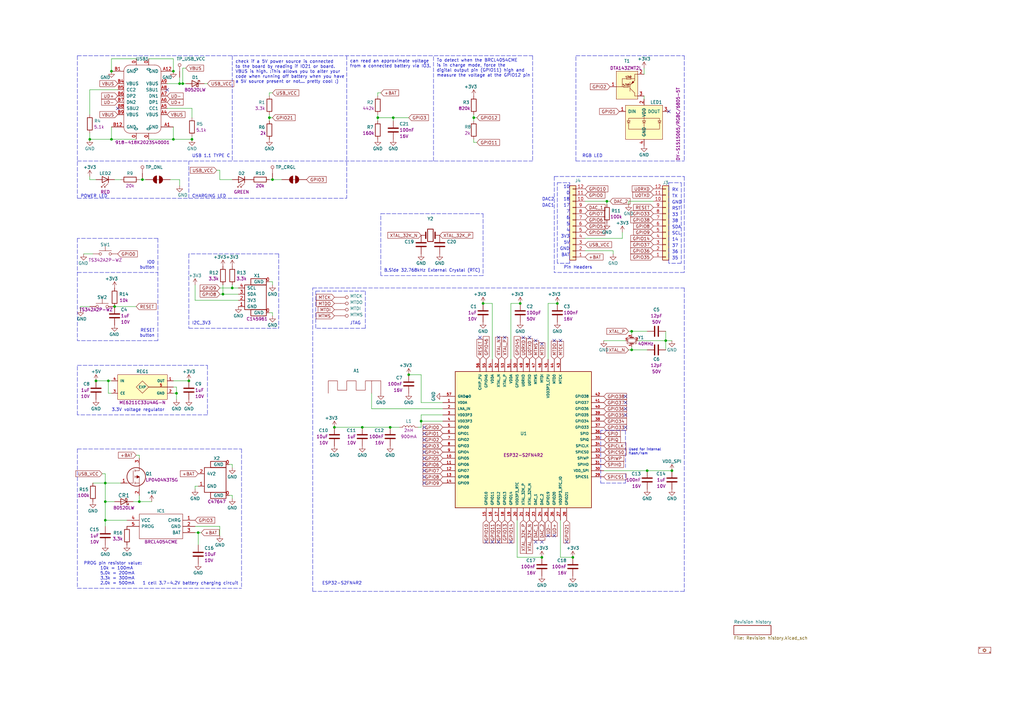
<source format=kicad_sch>
(kicad_sch (version 20211123) (generator eeschema)
  (paper "A3")
  (title_block (title "Carbon S2") (date "2021-12-08") (rev "0.0.2") (company "GroundStudio.ro") (comment 1 "Schematic: Victor"))
  (junction (at 234.95 228.6))
  (junction (at 58.42 73.66))
  (junction (at 45.72 29.21))
  (junction (at 137.16 175.26))
  (junction (at 43.18 213.36))
  (junction (at 110.49 48.26))
  (junction (at 57.15 205.74))
  (junction (at 77.47 156.21))
  (junction (at 161.29 48.26))
  (junction (at 78.74 57.15))
  (junction (at 259.08 135.89))
  (junction (at 43.18 198.12))
  (junction (at 172.72 172.72))
  (junction (at 71.12 57.15))
  (junction (at 265.43 193.04))
  (junction (at 95.25 118.11))
  (junction (at 44.45 156.21))
  (junction (at 275.59 193.04))
  (junction (at 167.64 153.67))
  (junction (at 222.25 228.6))
  (junction (at 154.94 48.26))
  (junction (at 198.12 124.46))
  (junction (at 160.02 175.26))
  (junction (at 71.12 29.21))
  (junction (at 43.18 205.74))
  (junction (at 45.72 57.15))
  (junction (at 39.37 156.21))
  (junction (at 248.92 82.55))
  (junction (at 259.08 143.51))
  (junction (at 148.59 175.26))
  (junction (at 73.66 34.29))
  (junction (at 81.28 218.44))
  (junction (at 72.39 161.29))
  (junction (at 91.44 120.65))
  (junction (at 228.6 124.46))
  (junction (at 36.83 57.15))
  (junction (at 111.76 73.66))
  (junction (at 46.99 125.73))
  (junction (at 273.05 139.7))
  (junction (at 194.31 48.26))
  (junction (at 74.93 34.29))
  (junction (at 213.36 124.46))
  (no_connect (at 274.32 45.72))
  (no_connect (at 199.39 222.25))
  (no_connect (at 232.41 222.25))
  (no_connect (at 219.71 139.7))
  (no_connect (at 256.54 170.18))
  (no_connect (at 173.99 180.34))
  (no_connect (at 173.99 193.04))
  (no_connect (at 173.99 198.12))
  (no_connect (at 209.55 222.25))
  (no_connect (at 224.79 219.71))
  (no_connect (at 217.17 138.43))
  (no_connect (at 173.99 175.26))
  (no_connect (at 214.63 138.43))
  (no_connect (at 222.25 222.25))
  (no_connect (at 227.33 139.7))
  (no_connect (at 48.26 44.45))
  (no_connect (at 173.99 187.96))
  (no_connect (at 227.33 219.71))
  (no_connect (at 229.87 139.7))
  (no_connect (at 173.99 195.58))
  (no_connect (at 204.47 222.25))
  (no_connect (at 173.99 190.5))
  (no_connect (at 68.58 36.83))
  (no_connect (at 256.54 162.56))
  (no_connect (at 207.01 138.43))
  (no_connect (at 204.47 138.43))
  (no_connect (at 256.54 165.1))
  (no_connect (at 173.99 177.8))
  (no_connect (at 173.99 185.42))
  (no_connect (at 219.71 222.25))
  (no_connect (at 222.25 140.97))
  (no_connect (at 201.93 222.25))
  (no_connect (at 196.85 138.43))
  (no_connect (at 256.54 167.64))
  (no_connect (at 256.54 175.26))
  (no_connect (at 173.99 182.88))
  (polyline (pts (xy 280.67 118.11) (xy 280.67 242.57)))
  (polyline (pts (xy 31.75 184.15) (xy 99.06 184.15)))
  (wire (pts (xy 259.08 137.16) (xy 259.08 135.89)))
  (polyline (pts (xy 99.06 184.15) (xy 99.06 241.3)))
  (wire (pts (xy 111.76 115.57) (xy 111.76 116.84)))
  (wire (pts (xy 95.25 191.77) (xy 95.25 190.5)))
  (wire (pts (xy 83.82 34.29) (xy 85.09 34.29)))
  (wire (pts (xy 36.83 54.61) (xy 36.83 57.15)))
  (polyline (pts (xy 227.33 72.39) (xy 227.33 111.76)))
  (polyline (pts (xy 85.09 170.18) (xy 31.75 170.18)))
  (wire (pts (xy 259.08 143.51) (xy 265.43 143.51)))
  (wire (pts (xy 240.03 102.87) (xy 251.46 102.87)))
  (polyline (pts (xy 114.3 104.14) (xy 77.47 104.14)))
  (polyline (pts (xy 218.44 22.86) (xy 218.44 66.04)))
  (polyline (pts (xy 31.75 111.76) (xy 64.77 111.76)))
  (wire (pts (xy 161.29 49.53) (xy 161.29 48.26)))
  (wire (pts (xy 36.83 73.66) (xy 39.37 73.66)))
  (wire (pts (xy 36.83 46.99) (xy 36.83 36.83)))
  (wire (pts (xy 55.88 125.73) (xy 46.99 125.73)))
  (polyline (pts (xy 149.86 134.62) (xy 129.54 134.62)))
  (polyline (pts (xy 64.77 97.79) (xy 31.75 97.79)))
  (wire (pts (xy 181.61 165.1) (xy 172.72 165.1)))
  (wire (pts (xy 171.45 175.26) (xy 172.72 175.26)))
  (polyline (pts (xy 77.47 81.28) (xy 77.47 66.04)))
  (wire (pts (xy 110.49 39.37) (xy 110.49 38.1)))
  (wire (pts (xy 46.99 205.74) (xy 43.18 205.74)))
  (polyline (pts (xy 177.8 66.04) (xy 177.8 22.86)))
  (wire (pts (xy 172.72 165.1) (xy 172.72 153.67)))
  (wire (pts (xy 80.01 116.84) (xy 80.01 123.19)))
  (wire (pts (xy 90.17 73.66) (xy 95.25 73.66)))
  (wire (pts (xy 259.08 142.24) (xy 259.08 143.51)))
  (wire (pts (xy 34.29 104.14) (xy 38.1 104.14)))
  (wire (pts (xy 73.66 31.75) (xy 73.66 34.29)))
  (polyline (pts (xy 129.54 119.38) (xy 149.86 119.38)))
  (wire (pts (xy 95.25 190.5) (xy 93.98 190.5)))
  (wire (pts (xy 273.05 139.7) (xy 273.05 143.51)))
  (wire (pts (xy 224.79 124.46) (xy 228.6 124.46)))
  (wire (pts (xy 58.42 73.66) (xy 59.69 73.66)))
  (polyline (pts (xy 198.12 113.03) (xy 156.21 113.03)))
  (polyline (pts (xy 77.47 104.14) (xy 77.47 134.62)))
  (wire (pts (xy 45.72 57.15) (xy 55.88 57.15)))
  (polyline (pts (xy 114.3 104.14) (xy 114.3 134.62)))
  (polyline (pts (xy 31.75 170.18) (xy 31.75 149.86)))
  (polyline (pts (xy 149.86 119.38) (xy 149.86 134.62)))
  (polyline (pts (xy 31.75 81.28) (xy 142.24 81.28)))
  (wire (pts (xy 57.15 186.69) (xy 57.15 187.96)))
  (wire (pts (xy 194.31 58.42) (xy 194.31 57.15)))
  (polyline (pts (xy 256.54 194.31) (xy 256.54 198.12)))
  (wire (pts (xy 195.58 48.26) (xy 194.31 48.26)))
  (polyline (pts (xy 77.47 134.62) (xy 114.3 134.62)))
  (wire (pts (xy 57.15 205.74) (xy 62.23 205.74)))
  (polyline (pts (xy 256.54 176.53) (xy 246.38 176.53)))
  (wire (pts (xy 148.59 175.26) (xy 160.02 175.26)))
  (wire (pts (xy 80.01 200.66) (xy 80.01 199.39)))
  (wire (pts (xy 110.49 48.26) (xy 110.49 49.53)))
  (wire (pts (xy 181.61 167.64) (xy 152.4 167.64)))
  (wire (pts (xy 247.65 193.04) (xy 265.43 193.04)))
  (wire (pts (xy 71.12 24.13) (xy 71.12 29.21)))
  (wire (pts (xy 38.1 198.12) (xy 43.18 198.12)))
  (wire (pts (xy 240.03 97.79) (xy 255.27 97.79)))
  (polyline (pts (xy 279.4 74.93) (xy 279.4 107.95)))
  (polyline (pts (xy 31.75 66.04) (xy 218.44 66.04)))
  (wire (pts (xy 60.96 24.13) (xy 71.12 24.13)))
  (wire (pts (xy 255.27 97.79) (xy 255.27 95.25)))
  (wire (pts (xy 111.76 73.66) (xy 115.57 73.66)))
  (wire (pts (xy 71.12 57.15) (xy 71.12 52.07)))
  (wire (pts (xy 90.17 120.65) (xy 91.44 120.65)))
  (wire (pts (xy 45.72 156.21) (xy 44.45 156.21)))
  (polyline (pts (xy 233.68 107.95) (xy 228.6 107.95)))
  (wire (pts (xy 154.94 46.99) (xy 154.94 48.26)))
  (wire (pts (xy 161.29 48.26) (xy 154.94 48.26)))
  (wire (pts (xy 71.12 158.75) (xy 72.39 158.75)))
  (polyline (pts (xy 128.27 242.57) (xy 128.27 118.11)))
  (wire (pts (xy 160.02 175.26) (xy 163.83 175.26)))
  (wire (pts (xy 36.83 36.83) (xy 48.26 36.83)))
  (wire (pts (xy 57.15 73.66) (xy 58.42 73.66)))
  (wire (pts (xy 172.72 172.72) (xy 172.72 170.18)))
  (wire (pts (xy 154.94 38.1) (xy 154.94 39.37)))
  (wire (pts (xy 72.39 158.75) (xy 72.39 161.29)))
  (polyline (pts (xy 279.4 107.95) (xy 274.32 107.95)))
  (wire (pts (xy 71.12 156.21) (xy 77.47 156.21)))
  (wire (pts (xy 91.44 120.65) (xy 97.79 120.65)))
  (wire (pts (xy 49.53 198.12) (xy 43.18 198.12)))
  (polyline (pts (xy 246.38 176.53) (xy 246.38 198.12)))
  (wire (pts (xy 110.49 73.66) (xy 111.76 73.66)))
  (wire (pts (xy 110.49 38.1) (xy 111.76 38.1)))
  (wire (pts (xy 43.18 213.36) (xy 43.18 215.9)))
  (wire (pts (xy 212.09 228.6) (xy 212.09 213.36)))
  (polyline (pts (xy 280.67 111.76) (xy 227.33 111.76)))
  (wire (pts (xy 273.05 139.7) (xy 261.62 139.7)))
  (wire (pts (xy 201.93 124.46) (xy 201.93 147.32)))
  (wire (pts (xy 172.72 170.18) (xy 181.61 170.18)))
  (wire (pts (xy 80.01 215.9) (xy 90.17 215.9)))
  (wire (pts (xy 55.88 186.69) (xy 57.15 186.69)))
  (wire (pts (xy 152.4 167.64) (xy 152.4 161.29)))
  (wire (pts (xy 248.92 82.55) (xy 248.92 83.82)))
  (wire (pts (xy 110.49 115.57) (xy 111.76 115.57)))
  (wire (pts (xy 80.01 218.44) (xy 81.28 218.44)))
  (wire (pts (xy 71.12 57.15) (xy 78.74 57.15)))
  (polyline (pts (xy 129.54 134.62) (xy 129.54 119.38)))
  (wire (pts (xy 76.2 27.94) (xy 74.93 27.94)))
  (wire (pts (xy 201.93 124.46) (xy 198.12 124.46)))
  (wire (pts (xy 43.18 205.74) (xy 43.18 213.36)))
  (wire (pts (xy 43.18 213.36) (xy 52.07 213.36)))
  (wire (pts (xy 36.83 72.39) (xy 36.83 73.66)))
  (wire (pts (xy 91.44 116.84) (xy 91.44 120.65)))
  (wire (pts (xy 78.74 44.45) (xy 78.74 48.26)))
  (wire (pts (xy 110.49 128.27) (xy 111.76 128.27)))
  (wire (pts (xy 240.03 82.55) (xy 248.92 82.55)))
  (wire (pts (xy 33.02 125.73) (xy 36.83 125.73)))
  (wire (pts (xy 248.92 82.55) (xy 250.19 82.55)))
  (wire (pts (xy 95.25 118.11) (xy 97.79 118.11)))
  (polyline (pts (xy 280.67 72.39) (xy 280.67 111.76)))
  (polyline (pts (xy 142.24 22.86) (xy 142.24 81.28)))
  (wire (pts (xy 95.25 116.84) (xy 95.25 118.11)))
  (wire (pts (xy 69.85 73.66) (xy 73.66 73.66)))
  (wire (pts (xy 72.39 161.29) (xy 72.39 163.83)))
  (polyline (pts (xy 236.22 66.04) (xy 236.22 22.86)))
  (wire (pts (xy 90.17 118.11) (xy 95.25 118.11)))
  (wire (pts (xy 44.45 156.21) (xy 39.37 156.21)))
  (wire (pts (xy 264.16 39.37) (xy 264.16 40.64)))
  (wire (pts (xy 60.96 57.15) (xy 71.12 57.15)))
  (wire (pts (xy 90.17 69.85) (xy 90.17 73.66)))
  (wire (pts (xy 88.9 69.85) (xy 90.17 69.85)))
  (wire (pts (xy 45.72 24.13) (xy 55.88 24.13)))
  (wire (pts (xy 45.72 52.07) (xy 45.72 57.15)))
  (wire (pts (xy 209.55 124.46) (xy 213.36 124.46)))
  (polyline (pts (xy 274.32 107.95) (xy 274.32 74.93)))
  (polyline (pts (xy 64.77 139.7) (xy 31.75 139.7)))
  (wire (pts (xy 257.81 82.55) (xy 257.81 83.82)))
  (wire (pts (xy 73.66 34.29) (xy 74.93 34.29)))
  (wire (pts (xy 74.93 27.94) (xy 74.93 34.29)))
  (polyline (pts (xy 280.67 242.57) (xy 128.27 242.57)))
  (polyline (pts (xy 246.38 198.12) (xy 256.54 198.12)))
  (wire (pts (xy 195.58 58.42) (xy 194.31 58.42)))
  (wire (pts (xy 251.46 102.87) (xy 251.46 104.14)))
  (wire (pts (xy 257.81 143.51) (xy 259.08 143.51)))
  (polyline (pts (xy 31.75 22.86) (xy 31.75 81.28)))
  (wire (pts (xy 81.28 223.52) (xy 81.28 218.44)))
  (wire (pts (xy 68.58 34.29) (xy 73.66 34.29)))
  (wire (pts (xy 259.08 135.89) (xy 265.43 135.89)))
  (wire (pts (xy 33.02 127) (xy 33.02 125.73)))
  (wire (pts (xy 156.21 38.1) (xy 154.94 38.1)))
  (polyline (pts (xy 31.75 97.79) (xy 31.75 139.7)))
  (wire (pts (xy 265.43 193.04) (xy 275.59 193.04)))
  (wire (pts (xy 264.16 27.94) (xy 264.16 30.48)))
  (wire (pts (xy 229.87 213.36) (xy 229.87 228.6)))
  (wire (pts (xy 172.72 172.72) (xy 172.72 175.26)))
  (polyline (pts (xy 280.67 22.86) (xy 280.67 66.04)))
  (wire (pts (xy 111.76 48.26) (xy 110.49 48.26)))
  (wire (pts (xy 181.61 172.72) (xy 172.72 172.72)))
  (wire (pts (xy 154.94 48.26) (xy 154.94 49.53)))
  (wire (pts (xy 247.65 139.7) (xy 256.54 139.7)))
  (wire (pts (xy 80.01 199.39) (xy 81.28 199.39)))
  (wire (pts (xy 257.81 82.55) (xy 267.97 82.55)))
  (wire (pts (xy 73.66 73.66) (xy 73.66 76.2)))
  (wire (pts (xy 257.81 135.89) (xy 259.08 135.89)))
  (wire (pts (xy 273.05 139.7) (xy 275.59 139.7)))
  (polyline (pts (xy 64.77 97.79) (xy 64.77 139.7)))
  (wire (pts (xy 43.18 194.31) (xy 43.18 198.12)))
  (polyline (pts (xy 31.75 241.3) (xy 99.06 241.3)))
  (polyline (pts (xy 236.22 66.04) (xy 280.67 66.04)))
  (polyline (pts (xy 95.25 22.86) (xy 95.25 66.04)))
  (wire (pts (xy 46.99 73.66) (xy 49.53 73.66)))
  (wire (pts (xy 41.91 194.31) (xy 43.18 194.31)))
  (wire (pts (xy 111.76 128.27) (xy 111.76 129.54)))
  (wire (pts (xy 78.74 55.88) (xy 78.74 57.15)))
  (polyline (pts (xy 274.32 74.93) (xy 279.4 74.93)))
  (polyline (pts (xy 227.33 72.39) (xy 280.67 72.39)))
  (polyline (pts (xy 233.68 74.93) (xy 233.68 107.95)))
  (wire (pts (xy 45.72 29.21) (xy 45.72 24.13)))
  (polyline (pts (xy 128.27 118.11) (xy 280.67 118.11)))
  (wire (pts (xy 222.25 228.6) (xy 212.09 228.6)))
  (polyline (pts (xy 236.22 22.86) (xy 280.67 22.86)))
  (wire (pts (xy 44.45 156.21) (xy 44.45 161.29)))
  (wire (pts (xy 45.72 57.15) (xy 36.83 57.15)))
  (wire (pts (xy 71.12 161.29) (xy 72.39 161.29)))
  (polyline (pts (xy 156.21 87.63) (xy 198.12 87.63)))
  (wire (pts (xy 95.25 203.2) (xy 93.98 203.2)))
  (polyline (pts (xy 31.75 184.15) (xy 31.75 241.3)))
  (wire (pts (xy 90.17 215.9) (xy 90.17 219.71)))
  (wire (pts (xy 110.49 46.99) (xy 110.49 48.26)))
  (polyline (pts (xy 31.75 22.86) (xy 218.44 22.86)))
  (wire (pts (xy 167.64 48.26) (xy 161.29 48.26)))
  (polyline (pts (xy 85.09 149.86) (xy 85.09 170.18)))
  (polyline (pts (xy 228.6 74.93) (xy 233.68 74.93)))
  (wire (pts (xy 95.25 204.47) (xy 95.25 203.2)))
  (wire (pts (xy 74.93 34.29) (xy 76.2 34.29)))
  (wire (pts (xy 273.05 135.89) (xy 273.05 139.7)))
  (wire (pts (xy 137.16 175.26) (xy 148.59 175.26)))
  (polyline (pts (xy 31.75 149.86) (xy 85.09 149.86)))
  (polyline (pts (xy 228.6 107.95) (xy 228.6 74.93)))
  (wire (pts (xy 81.28 218.44) (xy 82.55 218.44)))
  (wire (pts (xy 54.61 205.74) (xy 57.15 205.74)))
  (polyline (pts (xy 198.12 87.63) (xy 198.12 113.03)))
  (polyline (pts (xy 156.21 113.03) (xy 156.21 87.63)))
  (wire (pts (xy 80.01 123.19) (xy 97.79 123.19)))
  (wire (pts (xy 57.15 203.2) (xy 57.15 205.74)))
  (wire (pts (xy 224.79 124.46) (xy 224.79 147.32)))
  (wire (pts (xy 172.72 153.67) (xy 167.64 153.67)))
  (polyline (pts (xy 256.54 176.53) (xy 256.54 191.77)))
  (wire (pts (xy 209.55 124.46) (xy 209.55 147.32)))
  (wire (pts (xy 68.58 44.45) (xy 78.74 44.45)))
  (wire (pts (xy 229.87 228.6) (xy 234.95 228.6)))
  (wire (pts (xy 44.45 161.29) (xy 45.72 161.29)))
  (wire (pts (xy 194.31 48.26) (xy 194.31 49.53)))
  (wire (pts (xy 194.31 46.99) (xy 194.31 48.26)))
  (wire (pts (xy 43.18 198.12) (xy 43.18 205.74)))
  (text "To detect when the BRCL4054CME\nis in charge mode, force the\ndigital output pin (GPIO11) high and\nmeasure the voltage at the GPIO12 pin" (at 179.07 31.75 0) (effects (font (size 1.27 1.27)) (justify left bottom)))
  (text "18" (at 233.68 82.55 180) (effects (font (size 1.27 1.27)) (justify right bottom)))
  (text "TX" (at 275.59 81.28 0) (effects (font (size 1.27 1.27)) (justify left bottom)))
  (text "SDA" (at 275.59 93.98 0) (effects (font (size 1.27 1.27)) (justify left bottom)))
  (text "10" (at 233.68 77.47 180) (effects (font (size 1.27 1.27)) (justify right bottom)))
  (text "17" (at 233.68 85.09 180) (effects (font (size 1.27 1.27)) (justify right bottom)))
  (text "USB 1.1 TYPE C" (at 78.74 64.77 0) (effects (font (size 1.27 1.27)) (justify left bottom)))
  (text "RST" (at 275.59 86.36 0) (effects (font (size 1.27 1.27)) (justify left bottom)))
  (text "PROG pin resistor value:\n       10k = 100mA\n       5.0k = 200mA\n       3.3k = 300mA\n       2.0k = 500mA" (at 34.29 240.03 0) (effects (font (size 1.27 1.27)) (justify left bottom)))
  (text "DAC1" (at 227.33 85.09 180) (effects (font (size 1.27 1.27)) (justify right bottom)))
  (text "7" (at 233.68 87.63 180) (effects (font (size 1.27 1.27)) (justify right bottom)))
  (text "0" (at 233.68 80.01 180) (effects (font (size 1.27 1.27)) (justify right bottom)))
  (text "ESP32-S2FN4R2" (at 132.08 240.03 0) (effects (font (size 1.27 1.27)) (justify left bottom)))
  (text "3V3" (at 233.68 97.79 180) (effects (font (size 1.27 1.27)) (justify right bottom)))
  (text "CHARGING LED" (at 78.74 81.28 0) (effects (font (size 1.27 1.27)) (justify left bottom)))
  (text "3.3V voltage regulator" (at 45.72 168.91 0) (effects (font (size 1.27 1.27)) (justify left bottom)))
  (text "6" (at 233.68 90.17 180) (effects (font (size 1.27 1.27)) (justify right bottom)))
  (text "POWER LED" (at 33.02 81.28 0) (effects (font (size 1.27 1.27)) (justify left bottom)))
  (text "5V" (at 233.68 100.33 180) (effects (font (size 1.27 1.27)) (justify right bottom)))
  (text "4" (at 233.68 95.25 180) (effects (font (size 1.27 1.27)) (justify right bottom)))
  (text "38" (at 275.59 91.44 0) (effects (font (size 1.27 1.27)) (justify left bottom)))
  (text "RESET\nbutton" (at 63.5 138.43 180) (effects (font (size 1.27 1.27)) (justify right bottom)))
  (text "can read an approximate voltage\nfrom a connected battery via IO3." (at 143.51 27.94 0) (effects (font (size 1.27 1.27)) (justify left bottom)))
  (text "Pin Headers" (at 231.14 110.49 0) (effects (font (size 1.27 1.27)) (justify left bottom)))
  (text "I2C_3V3" (at 78.74 133.35 0) (effects (font (size 1.27 1.27)) (justify left bottom)))
  (text "36" (at 275.59 104.14 0) (effects (font (size 1.27 1.27)) (justify left bottom)))
  (text "SCL" (at 275.59 96.52 0) (effects (font (size 1.27 1.27)) (justify left bottom)))
  (text "37" (at 275.59 101.6 0) (effects (font (size 1.27 1.27)) (justify left bottom)))
  (text "JTAG" (at 143.51 133.35 0) (effects (font (size 1.27 1.27)) (justify left bottom)))
  (text "5" (at 233.68 92.71 180) (effects (font (size 1.27 1.27)) (justify right bottom)))
  (text "check if a 5V power source is connected\nto the board by reading if IO21 or board.\nVBUS is high. :This allows you to alter your\ncode when running off battery when you have\na 5V source present or not… pretty cool :)" (at 96.52 34.29 0) (effects (font (size 1.27 1.27)) (justify left bottom)))
  (text "35" (at 275.59 106.68 0) (effects (font (size 1.27 1.27)) (justify left bottom)))
  (text "DAC2" (at 227.33 82.55 180) (effects (font (size 1.27 1.27)) (justify right bottom)))
  (text "GND" (at 275.59 83.82 0) (effects (font (size 1.27 1.27)) (justify left bottom)))
  (text "RX" (at 275.59 78.74 0) (effects (font (size 1.27 1.27)) (justify left bottom)))
  (text "B.Side 32.768kHz External Crystal (RTC)" (at 157.48 111.76 0) (effects (font (size 1.27 1.27)) (justify left bottom)))
  (text "IO0\nbutton" (at 63.5 110.49 180) (effects (font (size 1.27 1.27)) (justify right bottom)))
  (text "Used for internal\nflash/ram" (at 257.81 186.69 0) (effects (font (size 1.016 1.016)) (justify left bottom)))
  (text "GND" (at 233.68 102.87 180) (effects (font (size 1.27 1.27)) (justify right bottom)))
  (text "BAT" (at 233.68 105.41 180) (effects (font (size 1.27 1.27)) (justify right bottom)))
  (text "14" (at 275.59 99.06 0) (effects (font (size 1.27 1.27)) (justify left bottom)))
  (text "RGB LED" (at 238.76 64.77 0) (effects (font (size 1.27 1.27)) (justify left bottom)))
  (text "33" (at 275.59 88.9 0) (effects (font (size 1.27 1.27)) (justify left bottom)))
  (text "1 cell 3.7-4.2V battery charging circuit" (at 58.42 240.03 0) (effects (font (size 1.27 1.27)) (justify left bottom)))
  (global_label "MTDO" (shape input) (at 227.33 147.32 90) (property "Intersheet References" "${INTERSHEET_REFS}" (effects hide)))
  (global_label "USB_VCC" (shape input) (at 88.9 69.85 180) (property "Intersheet References" "${INTERSHEET_REFS}" (effects hide)))
  (global_label "GPIO3" (shape input) (at 125.73 73.66 0) (property "Intersheet References" "${INTERSHEET_REFS}" (effects hide)))
  (global_label "GPIO9" (shape input) (at 267.97 95.25 180) (property "Intersheet References" "${INTERSHEET_REFS}" (effects hide)))
  (global_label "GPIO8" (shape input) (at 181.61 195.58 180) (property "Intersheet References" "${INTERSHEET_REFS}" (effects hide)))
  (global_label "MTDO" (shape input) (at 137.16 124.46 180) (property "Intersheet References" "${INTERSHEET_REFS}" (effects hide)))
  (global_label "GPIO7" (shape input) (at 181.61 193.04 180) (property "Intersheet References" "${INTERSHEET_REFS}" (effects hide)))
  (global_label "+BAT" (shape input) (at 156.21 38.1 0) (property "Intersheet References" "${INTERSHEET_REFS}" (effects hide)))
  (global_label "GPIO21" (shape input) (at 111.76 48.26 0) (property "Intersheet References" "${INTERSHEET_REFS}" (effects hide)))
  (global_label "SPICS0" (shape input) (at 247.65 185.42 0) (property "Intersheet References" "${INTERSHEET_REFS}" (effects hide)))
  (global_label "XTAL_P" (shape input) (at 257.81 135.89 180) (property "Intersheet References" "${INTERSHEET_REFS}" (effects hide)))
  (global_label "GPIO38" (shape input) (at 267.97 90.17 180) (property "Intersheet References" "${INTERSHEET_REFS}" (effects hide)))
  (global_label "GPIO38" (shape input) (at 247.65 162.56 0) (property "Intersheet References" "${INTERSHEET_REFS}" (effects hide)))
  (global_label "RESET" (shape input) (at 55.88 125.73 0) (property "Intersheet References" "${INTERSHEET_REFS}" (effects hide)))
  (global_label "VBUS" (shape input) (at 48.26 34.29 180) (property "Intersheet References" "${INTERSHEET_REFS}" (effects hide)))
  (global_label "UD+" (shape input) (at 48.26 39.37 180) (property "Intersheet References" "${INTERSHEET_REFS}" (effects hide)))
  (global_label "SPIWP" (shape input) (at 247.65 187.96 0) (property "Intersheet References" "${INTERSHEET_REFS}" (effects hide)))
  (global_label "USB_VCC" (shape input) (at 240.03 100.33 0) (property "Intersheet References" "${INTERSHEET_REFS}" (effects hide)))
  (global_label "XTAL_32K_P" (shape input) (at 180.34 96.52 0) (property "Intersheet References" "${INTERSHEET_REFS}" (effects hide)))
  (global_label "DAC_2" (shape input) (at 250.19 82.55 0) (property "Intersheet References" "${INTERSHEET_REFS}" (effects hide)))
  (global_label "U0RXD" (shape input) (at 214.63 147.32 90) (property "Intersheet References" "${INTERSHEET_REFS}" (effects hide)))
  (global_label "GPIO33" (shape input) (at 247.65 175.26 0) (property "Intersheet References" "${INTERSHEET_REFS}" (effects hide)))
  (global_label "+BAT" (shape input) (at 240.03 105.41 0) (property "Intersheet References" "${INTERSHEET_REFS}" (effects hide)))
  (global_label "GPIO8" (shape input) (at 90.17 120.65 180) (property "Intersheet References" "${INTERSHEET_REFS}" (effects hide)))
  (global_label "MTMS" (shape input) (at 137.16 129.54 180) (property "Intersheet References" "${INTERSHEET_REFS}" (effects hide)))
  (global_label "GPIO46" (shape input) (at 199.39 147.32 90) (property "Intersheet References" "${INTERSHEET_REFS}" (effects hide)))
  (global_label "RESET" (shape input) (at 196.85 147.32 90) (property "Intersheet References" "${INTERSHEET_REFS}" (effects hide)))
  (global_label "GPIO34" (shape input) (at 247.65 172.72 0) (property "Intersheet References" "${INTERSHEET_REFS}" (effects hide)))
  (global_label "GPIO9" (shape input) (at 181.61 198.12 180) (property "Intersheet References" "${INTERSHEET_REFS}" (effects hide)))
  (global_label "GPIO1" (shape input) (at 181.61 177.8 180) (property "Intersheet References" "${INTERSHEET_REFS}" (effects hide)))
  (global_label "GPIO21" (shape input) (at 232.41 213.36 270) (property "Intersheet References" "${INTERSHEET_REFS}" (effects hide)))
  (global_label "GPIO13" (shape input) (at 207.01 213.36 270) (property "Intersheet References" "${INTERSHEET_REFS}" (effects hide)))
  (global_label "GPIO14" (shape input) (at 267.97 97.79 180) (property "Intersheet References" "${INTERSHEET_REFS}" (effects hide)))
  (global_label "GPIO6" (shape input) (at 240.03 90.17 0) (property "Intersheet References" "${INTERSHEET_REFS}" (effects hide)))
  (global_label "GPIO14" (shape input) (at 209.55 213.36 270) (property "Intersheet References" "${INTERSHEET_REFS}" (effects hide)))
  (global_label "GPIO33" (shape input) (at 267.97 87.63 180) (property "Intersheet References" "${INTERSHEET_REFS}" (effects hide)))
  (global_label "VBUS" (shape input) (at 68.58 46.99 0) (property "Intersheet References" "${INTERSHEET_REFS}" (effects hide)))
  (global_label "GPIO2" (shape input) (at 181.61 180.34 180) (property "Intersheet References" "${INTERSHEET_REFS}" (effects hide)))
  (global_label "GPIO7" (shape input) (at 240.03 87.63 0) (property "Intersheet References" "${INTERSHEET_REFS}" (effects hide)))
  (global_label "U0RXD" (shape input) (at 267.97 77.47 180) (property "Intersheet References" "${INTERSHEET_REFS}" (effects hide)))
  (global_label "GPIO37" (shape input) (at 267.97 100.33 180) (property "Intersheet References" "${INTERSHEET_REFS}" (effects hide)))
  (global_label "UD-" (shape input) (at 48.26 41.91 180) (property "Intersheet References" "${INTERSHEET_REFS}" (effects hide)))
  (global_label "GPIO35" (shape input) (at 267.97 105.41 180) (property "Intersheet References" "${INTERSHEET_REFS}" (effects hide)))
  (global_label "DAC_2" (shape input) (at 222.25 213.36 270) (property "Intersheet References" "${INTERSHEET_REFS}" (effects hide)))
  (global_label "SPICS1" (shape input) (at 247.65 195.58 0) (property "Intersheet References" "${INTERSHEET_REFS}" (effects hide)))
  (global_label "XTAL_N" (shape input) (at 257.81 143.51 180) (property "Intersheet References" "${INTERSHEET_REFS}" (effects hide)))
  (global_label "GPIO37" (shape input) (at 247.65 165.1 0) (property "Intersheet References" "${INTERSHEET_REFS}" (effects hide)))
  (global_label "GPIO0" (shape input) (at 181.61 175.26 180) (property "Intersheet References" "${INTERSHEET_REFS}" (effects hide)))
  (global_label "VBUS" (shape input) (at 48.26 46.99 180) (property "Intersheet References" "${INTERSHEET_REFS}" (effects hide)))
  (global_label "XTAL_P" (shape input) (at 207.01 147.32 90) (property "Intersheet References" "${INTERSHEET_REFS}" (effects hide)))
  (global_label "GPIO0" (shape input) (at 48.26 104.14 0) (property "Intersheet References" "${INTERSHEET_REFS}" (effects hide)))
  (global_label "SPID" (shape input) (at 247.65 177.8 0) (property "Intersheet References" "${INTERSHEET_REFS}" (effects hide)))
  (global_label "GPIO0" (shape input) (at 240.03 80.01 0) (property "Intersheet References" "${INTERSHEET_REFS}" (effects hide)))
  (global_label "GPIO5" (shape input) (at 181.61 187.96 180) (property "Intersheet References" "${INTERSHEET_REFS}" (effects hide)))
  (global_label "USB_VCC" (shape input) (at 85.09 34.29 0) (property "Intersheet References" "${INTERSHEET_REFS}" (effects hide)))
  (global_label "GPIO3" (shape input) (at 167.64 48.26 0) (property "Intersheet References" "${INTERSHEET_REFS}" (effects hide)))
  (global_label "GPIO4" (shape input) (at 240.03 95.25 0) (property "Intersheet References" "${INTERSHEET_REFS}" (effects hide)))
  (global_label "GPIO11" (shape input) (at 195.58 58.42 0) (property "Intersheet References" "${INTERSHEET_REFS}" (effects hide)))
  (global_label "USB_VCC" (shape input) (at 111.76 38.1 0) (property "Intersheet References" "${INTERSHEET_REFS}" (effects hide)))
  (global_label "XTAL_N" (shape input) (at 204.47 147.32 90) (property "Intersheet References" "${INTERSHEET_REFS}" (effects hide)))
  (global_label "SPIHD" (shape input) (at 247.65 190.5 0) (property "Intersheet References" "${INTERSHEET_REFS}" (effects hide)))
  (global_label "UD+" (shape input) (at 68.58 41.91 0) (property "Intersheet References" "${INTERSHEET_REFS}" (effects hide)))
  (global_label "DAC_1" (shape input) (at 240.03 85.09 0) (property "Intersheet References" "${INTERSHEET_REFS}" (effects hide)))
  (global_label "GPIO4" (shape input) (at 181.61 185.42 180) (property "Intersheet References" "${INTERSHEET_REFS}" (effects hide)))
  (global_label "GPIO12" (shape input) (at 204.47 213.36 270) (property "Intersheet References" "${INTERSHEET_REFS}" (effects hide)))
  (global_label "GPIO36" (shape input) (at 267.97 102.87 180) (property "Intersheet References" "${INTERSHEET_REFS}" (effects hide)))
  (global_label "XTAL_32K_N" (shape input) (at 172.72 96.52 180) (property "Intersheet References" "${INTERSHEET_REFS}" (effects hide)))
  (global_label "MTCK" (shape input) (at 229.87 147.32 90) (property "Intersheet References" "${INTERSHEET_REFS}" (effects hide)))
  (global_label "XTAL_32K_N" (shape input) (at 217.17 213.36 270) (property "Intersheet References" "${INTERSHEET_REFS}" (effects hide)))
  (global_label "GPIO12" (shape input) (at 195.58 48.26 0) (property "Intersheet References" "${INTERSHEET_REFS}" (effects hide)))
  (global_label "GPIO2" (shape input) (at 250.19 35.56 180) (property "Intersheet References" "${INTERSHEET_REFS}" (effects hide)))
  (global_label "GPIO35" (shape input) (at 247.65 170.18 0) (property "Intersheet References" "${INTERSHEET_REFS}" (effects hide)))
  (global_label "MTMS" (shape input) (at 219.71 147.32 90) (property "Intersheet References" "${INTERSHEET_REFS}" (effects hide)))
  (global_label "GPIO10" (shape input) (at 199.39 213.36 270) (property "Intersheet References" "${INTERSHEET_REFS}" (effects hide)))
  (global_label "GPIO5" (shape input) (at 240.03 92.71 0) (property "Intersheet References" "${INTERSHEET_REFS}" (effects hide)))
  (global_label "GPIO45" (shape input) (at 212.09 147.32 90) (property "Intersheet References" "${INTERSHEET_REFS}" (effects hide)))
  (global_label "MTCK" (shape input) (at 137.16 121.92 180) (property "Intersheet References" "${INTERSHEET_REFS}" (effects hide)))
  (global_label "UD-" (shape input) (at 224.79 213.36 270) (property "Intersheet References" "${INTERSHEET_REFS}" (effects hide)))
  (global_label "GPIO10" (shape input) (at 240.03 77.47 0) (property "Intersheet References" "${INTERSHEET_REFS}" (effects hide)))
  (global_label "MTDI" (shape input) (at 137.16 127 180) (property "Intersheet References" "${INTERSHEET_REFS}" (effects hide)))
  (global_label "GPIO3" (shape input) (at 80.01 213.36 0) (property "Intersheet References" "${INTERSHEET_REFS}" (effects hide)))
  (global_label "+BAT" (shape input) (at 82.55 218.44 0) (property "Intersheet References" "${INTERSHEET_REFS}" (effects hide)))
  (global_label "+BAT" (shape input) (at 81.28 194.31 180) (property "Intersheet References" "${INTERSHEET_REFS}" (effects hide)))
  (global_label "GPIO6" (shape input) (at 181.61 190.5 180) (property "Intersheet References" "${INTERSHEET_REFS}" (effects hide)))
  (global_label "USB_VCC" (shape input) (at 41.91 194.31 180) (property "Intersheet References" "${INTERSHEET_REFS}" (effects hide)))
  (global_label "+BAT" (shape input) (at 55.88 186.69 180) (property "Intersheet References" "${INTERSHEET_REFS}" (effects hide)))
  (global_label "GPIO9" (shape input) (at 90.17 118.11 180) (property "Intersheet References" "${INTERSHEET_REFS}" (effects hide)))
  (global_label "U0TXD" (shape input) (at 267.97 80.01 180) (property "Intersheet References" "${INTERSHEET_REFS}" (effects hide)))
  (global_label "RESET" (shape input) (at 267.97 85.09 180) (property "Intersheet References" "${INTERSHEET_REFS}" (effects hide)))
  (global_label "VBUS" (shape input) (at 76.2 27.94 0) (property "Intersheet References" "${INTERSHEET_REFS}" (effects hide)))
  (global_label "GPIO11" (shape input) (at 201.93 213.36 270) (property "Intersheet References" "${INTERSHEET_REFS}" (effects hide)))
  (global_label "UD-" (shape input) (at 68.58 39.37 0) (property "Intersheet References" "${INTERSHEET_REFS}" (effects hide)))
  (global_label "GPIO1" (shape input) (at 254 45.72 180) (property "Intersheet References" "${INTERSHEET_REFS}" (effects hide)))
  (global_label "GPIO8" (shape input) (at 267.97 92.71 180) (property "Intersheet References" "${INTERSHEET_REFS}" (effects hide)))
  (global_label "DAC_1" (shape input) (at 219.71 213.36 270) (property "Intersheet References" "${INTERSHEET_REFS}" (effects hide)))
  (global_label "XTAL_32K_P" (shape input) (at 214.63 213.36 270) (property "Intersheet References" "${INTERSHEET_REFS}" (effects hide)))
  (global_label "MTDI" (shape input) (at 222.25 147.32 90) (property "Intersheet References" "${INTERSHEET_REFS}" (effects hide)))
  (global_label "U0TXD" (shape input) (at 217.17 147.32 90) (property "Intersheet References" "${INTERSHEET_REFS}" (effects hide)))
  (global_label "UD+" (shape input) (at 227.33 213.36 270) (property "Intersheet References" "${INTERSHEET_REFS}" (effects hide)))
  (global_label "SPIQ" (shape input) (at 247.65 180.34 0) (property "Intersheet References" "${INTERSHEET_REFS}" (effects hide)))
  (global_label "GPIO3" (shape input) (at 181.61 182.88 180) (property "Intersheet References" "${INTERSHEET_REFS}" (effects hide)))
  (global_label "GPIO36" (shape input) (at 247.65 167.64 0) (property "Intersheet References" "${INTERSHEET_REFS}" (effects hide)))
  (global_label "SPICLK" (shape input) (at 247.65 182.88 0) (property "Intersheet References" "${INTERSHEET_REFS}" (effects hide)))
  (symbol (lib_id "GS_Local:ESP32-S2") (at 214.63 180.34 0) (unit 1)
    (property "Reference" "U1" (at 213.36 177.8 0) (effects (justify left)))
    (property "Value" "QFN-56-1EP_7x7mm ESP32-S2FN4R2" (effects hide))
    (property "Footprint" "GS_Local:QFN-56-1EP_7x7mm_P0.4mm_EP4x4mm" (effects hide))
    (property "Datasheet" "https://www.espressif.com/sites/default/files/documentation/esp32-s2_datasheet_en.pdf" (effects hide))
    (property "MPN" "ESP32-S2FN4R2" (at 214.63 186.69 0))
    (property "LCSC" "TBD" (effects hide))
  )
  (symbol (lib_id "GS_Local:SWRA117D_2.4GHz") (at 151.13 158.75 0) (mirror y) (unit 1)
    (property "Reference" "A1" (at 146.177 152.019 0))
    (property "Value" "SWRA117D_2.4GHz" (effects hide))
    (property "Footprint" "GS_Local:Texas_SWRA117D_2.4GHz_Left" (effects hide))
    (property "Datasheet" "https://www.ti.com/lit/an/swra117d/swra117d.pdf?ts=1614610558062" (effects hide))
  )
  (symbol (lib_id "GS_Local:+3V3") (at 137.16 175.26 0) (unit 1)
    (property "Reference" "#PWR0137" (effects hide))
    (property "Value" "+3V3" (at 135.89 171.45 0))
  )
  (symbol (lib_id "GS_Local:+3V3") (at 255.27 95.25 0) (unit 1)
    (property "Reference" "#PWR0101" (effects hide))
    (property "Value" "+3V3" (at 255.27 91.44 0))
  )
  (symbol (lib_id "GS_Local:Conn_01x12") (at 273.05 92.71 0) (mirror x) (unit 1)
    (property "Reference" "J3" (at 271.78 74.93 0) (effects (justify left)))
    (property "Value" "PinHeader_1x12_P2.54_V_M A2541WV-12P" (effects hide))
    (property "Footprint" "GS_Local:PinHeader_1x12_P2.54mm_Vertical_Male" (effects hide))
    (property "Datasheet" "https://datasheet.lcsc.com/szlcsc/2010160505_CJT-Changjiang-Connectors-A2541WV-12P_C225487.pdf" (effects hide))
    (property "MPN" "A2541WV-12P" (effects hide))
    (property "LCSC" "C225487" (effects hide))
  )
  (symbol (lib_id "GS_Local:GND") (at 257.81 83.82 0) (mirror y) (unit 1)
    (property "Reference" "#PWR0102" (effects hide))
    (property "Value" "GND" (at 257.81 87.63 0))
  )
  (symbol (lib_id "GS_Local:GND") (at 251.46 104.14 0) (unit 1)
    (property "Reference" "#PWR0103" (effects hide))
    (property "Value" "GND" (at 251.46 107.95 0))
  )
  (symbol (lib_id "GS_Local:C") (at 46.99 129.54 0) (unit 1)
    (property "Reference" "C4" (at 49.53 127 0) (effects (justify left)))
    (property "Value" "C_0402_1uF_10V" (effects hide))
    (property "Footprint" "GS_Local:C_0402_alt" (effects hide))
    (property "Datasheet" "https://datasheet.lcsc.com/szlcsc/2005061106_PSA-Prosperity-Dielectrics-FS15B105K100PKG_C525324.pdf" (effects hide))
    (property "MPN" "FS15B105K100PKG" (effects hide))
    (property "LCSC" "C525324" (effects hide))
    (property "Rated voltage" "10V" (at 49.53 132.08 0) (effects (justify left)))
    (property "Capacitance" "1uF" (at 49.53 129.54 0) (effects (justify left)))
  )
  (symbol (lib_id "GS_Local:R") (at 46.99 121.92 180) (unit 1)
    (property "Reference" "R14" (at 50.8 120.65 0))
    (property "Value" "R_0402_10k" (effects hide))
    (property "Footprint" "GS_Local:R_0402_alt" (effects hide))
    (property "Datasheet" "https://datasheet.lcsc.com/szlcsc/1811091923_UNI-ROYAL-Uniroyal-Elec-0402WGJ0103TCE_C25531.pdf" (effects hide))
    (property "MPN" "0402WGJ0103TCE" (effects hide))
    (property "LCSC" "C25531" (effects hide))
    (property "Resistance" "10k" (at 50.8 123.19 0))
  )
  (symbol (lib_id "GS_Local:TS342A2P-WZ") (at 41.91 125.73 0) (unit 1)
    (property "Reference" "SW2" (at 41.91 121.92 0))
    (property "Value" "TS342A2P-WZ" (effects hide))
    (property "Footprint" "GS_Local:TS342A2P-WZ" (effects hide))
    (property "Datasheet" "https://datasheet.lcsc.com/szlcsc/2005221232_SHOU-HAN-TS342A2P-WZ_C557591.pdf" (effects hide))
    (property "MPN" "TS342A2P-WZ" (at 39.37 127 0))
    (property "LCSC" "C557591" (effects hide))
  )
  (symbol (lib_id "GS_Local:GND") (at 33.02 127 0) (unit 1)
    (property "Reference" "#PWR0105" (effects hide))
    (property "Value" "GND" (at 35.56 130.81 0) (effects (justify right)))
  )
  (symbol (lib_id "GS_Local:+3V3") (at 46.99 118.11 0) (unit 1)
    (property "Reference" "#PWR0106" (effects hide))
    (property "Value" "+3V3" (at 45.72 114.3 0))
  )
  (symbol (lib_id "GS_Local:GND") (at 46.99 133.35 0) (unit 1)
    (property "Reference" "#PWR0107" (effects hide))
    (property "Value" "GND" (at 48.895 137.16 0) (effects (justify right)))
  )
  (symbol (lib_id "GS_Local:+3V3") (at 228.6 124.46 0) (unit 1)
    (property "Reference" "#PWR0109" (effects hide))
    (property "Value" "+3V3" (at 227.33 120.65 0))
  )
  (symbol (lib_id "GS_Local:C") (at 228.6 128.27 0) (unit 1)
    (property "Reference" "C3" (at 231.14 125.73 0) (effects (justify left)))
    (property "Value" "C_0402_100nF_16V" (effects hide))
    (property "Footprint" "GS_Local:C_0402_alt" (effects hide))
    (property "Datasheet" "https://datasheet.lcsc.com/szlcsc/1912111437_Walsin-Tech-Corp-0402B104K100CT_C387941.pdf" (effects hide))
    (property "MPN" "0402B104K160CT" (effects hide))
    (property "LCSC" "C83056" (effects hide))
    (property "Rated voltage" "16V" (at 231.14 130.81 0) (effects (justify left)))
    (property "Capacitance" "100nF" (at 231.14 128.27 0) (effects (justify left)))
  )
  (symbol (lib_id "GS_Local:GND") (at 228.6 132.08 0) (unit 1)
    (property "Reference" "#PWR0108" (effects hide))
    (property "Value" "GND" (at 228.6 135.89 0))
  )
  (symbol (lib_id "GS_Local:C") (at 137.16 179.07 0) (mirror y) (unit 1)
    (property "Reference" "C10" (at 134.62 176.53 0) (effects (justify left)))
    (property "Value" "C_0402_10uF_10V" (effects hide))
    (property "Footprint" "GS_Local:C_0402_alt" (effects hide))
    (property "Datasheet" "https://datasheet.lcsc.com/szlcsc/1912111437_Taiyo-Yuden-LDK105CBJ106MVLF_C386033.pdf" (effects hide))
    (property "MPN" "LDK105CBJ106MVLF" (effects hide))
    (property "LCSC" "C386033" (effects hide))
    (property "Rated voltage" "10V" (at 134.62 181.61 0) (effects (justify left)))
    (property "Capacitance" "10uF" (at 134.62 179.07 0) (effects (justify left)))
  )
  (symbol (lib_id "GS_Local:C") (at 167.64 157.48 0) (mirror y) (unit 1)
    (property "Reference" "C7" (at 165.1 154.94 0) (effects (justify left)))
    (property "Value" "C_0402_100nF_16V" (effects hide))
    (property "Footprint" "GS_Local:C_0402_alt" (effects hide))
    (property "Datasheet" "https://datasheet.lcsc.com/szlcsc/1912111437_Walsin-Tech-Corp-0402B104K100CT_C387941.pdf" (effects hide))
    (property "MPN" "0402B104K160CT" (effects hide))
    (property "LCSC" "C83056" (effects hide))
    (property "Rated voltage" "16V" (at 165.1 160.02 0) (effects (justify left)))
    (property "Capacitance" "100nF" (at 165.1 157.48 0) (effects (justify left)))
  )
  (symbol (lib_id "GS_Local:GND") (at 167.64 161.29 0) (unit 1)
    (property "Reference" "#PWR0138" (effects hide))
    (property "Value" "GND" (at 167.64 165.1 0))
  )
  (symbol (lib_id "GS_Local:ME6211C33U4AG-N") (at 58.42 161.29 0) (unit 1)
    (property "Reference" "REG1" (at 58.42 152.4 0))
    (property "Value" "FBP1-1-4_ME6211C33U4AG-N" (effects hide))
    (property "Footprint" "GS_Local:FBP1-1-4" (effects hide))
    (property "Datasheet" "https://datasheet.lcsc.com/szlcsc/2005081834_MICRONE-Nanjing-Micro-One-Elec-ME6211C33U4AG-N_C428904.pdf" (effects hide))
    (property "MPN" "ME6211C33U4AG-N" (at 58.42 165.1 0))
    (property "LCSC" "C428904" (effects hide))
  )
  (symbol (lib_id "GS_Local:C") (at 39.37 160.02 0) (mirror x) (unit 1)
    (property "Reference" "C8" (at 36.83 157.48 0) (effects (justify right)))
    (property "Value" "C_0402_1uF_10V" (effects hide))
    (property "Footprint" "GS_Local:C_0402_alt" (effects hide))
    (property "Datasheet" "https://datasheet.lcsc.com/szlcsc/2005061106_PSA-Prosperity-Dielectrics-FS15B105K100PKG_C525324.pdf" (effects hide))
    (property "MPN" "FS15B105K100PKG" (effects hide))
    (property "LCSC" "C525324" (effects hide))
    (property "Rated voltage" "10V" (at 36.83 162.56 0) (effects (justify right)))
    (property "Capacitance" "1uF" (at 36.83 160.02 0) (effects (justify right)))
  )
  (symbol (lib_id "GS_Local:GND") (at 39.37 163.83 0) (unit 1)
    (property "Reference" "#PWR0110" (effects hide))
    (property "Value" "GND" (at 39.37 167.64 0))
  )
  (symbol (lib_id "GS_Local:C") (at 77.47 160.02 0) (unit 1)
    (property "Reference" "C9" (at 80.01 157.48 0) (effects (justify left)))
    (property "Value" "C_0402_1uF_10V" (effects hide))
    (property "Footprint" "GS_Local:C_0402_alt" (effects hide))
    (property "Datasheet" "https://datasheet.lcsc.com/szlcsc/2005061106_PSA-Prosperity-Dielectrics-FS15B105K100PKG_C525324.pdf" (effects hide))
    (property "MPN" "FS15B105K100PKG" (effects hide))
    (property "LCSC" "C525324" (effects hide))
    (property "Rated voltage" "10V" (at 80.01 162.56 0) (effects (justify left)))
    (property "Capacitance" "1uF" (at 80.01 160.02 0) (effects (justify left)))
  )
  (symbol (lib_id "GS_Local:GND") (at 77.47 163.83 0) (unit 1)
    (property "Reference" "#PWR0111" (effects hide))
    (property "Value" "GND" (at 77.47 167.64 0))
  )
  (symbol (lib_id "GS_Local:GND") (at 72.39 163.83 0) (unit 1)
    (property "Reference" "#PWR0112" (effects hide))
    (property "Value" "GND" (at 72.39 167.64 0))
  )
  (symbol (lib_id "GS_Local:+3V3") (at 77.47 156.21 0) (unit 1)
    (property "Reference" "#PWR0113" (effects hide))
    (property "Value" "+3V3" (at 77.47 152.4 0))
  )
  (symbol (lib_id "GS_Local:+5V") (at 39.37 156.21 0) (unit 1)
    (property "Reference" "#PWR0114" (effects hide))
    (property "Value" "+5V" (at 39.37 152.4 0))
  )
  (symbol (lib_id "GS_Local:+3V3") (at 167.64 153.67 0) (unit 1)
    (property "Reference" "#PWR0139" (effects hide))
    (property "Value" "+3V3" (at 166.37 149.86 0))
  )
  (symbol (lib_id "GS_Local:C") (at 198.12 128.27 0) (mirror y) (unit 1)
    (property "Reference" "C1" (at 195.58 125.73 0) (effects (justify left)))
    (property "Value" "C_0402_1uF_10V" (effects hide))
    (property "Footprint" "GS_Local:C_0402_alt" (effects hide))
    (property "Datasheet" "https://datasheet.lcsc.com/szlcsc/2005061106_PSA-Prosperity-Dielectrics-FS15B105K100PKG_C525324.pdf" (effects hide))
    (property "MPN" "FS15B105K100PKG" (effects hide))
    (property "LCSC" "C525324" (effects hide))
    (property "Rated voltage" "10V" (at 195.58 130.81 0) (effects (justify left)))
    (property "Capacitance" "1uF" (at 195.58 128.27 0) (effects (justify left)))
  )
  (symbol (lib_id "GS_Local:C") (at 213.36 128.27 180) (unit 1)
    (property "Reference" "C2" (at 215.9 125.73 0) (effects (justify right)))
    (property "Value" "C_0402_100pF_50V" (effects hide))
    (property "Footprint" "GS_Local:C_0402_alt" (effects hide))
    (property "Datasheet" "https://datasheet.lcsc.com/szlcsc/1810151218_FH-Guangdong-Fenghua-Advanced-Tech-0402CG101J500NT_C1546.pdf" (effects hide))
    (property "MPN" "0402CG101J500NT" (effects hide))
    (property "LCSC" "C1546" (effects hide))
    (property "Rated voltage" "50V" (at 215.9 130.81 0) (effects (justify right)))
    (property "Capacitance" "100pF" (at 215.9 128.27 0) (effects (justify right)))
  )
  (symbol (lib_id "GS_Local:PCB") (at 403.86 266.7 0) (unit 1)
    (property "Reference" "P1" (effects hide))
    (property "Value" "PCB" (effects hide))
    (property "MPN" "UIECRE_GS_PCB" (effects hide))
  )
  (symbol (lib_id "GS_Local:GND") (at 234.95 236.22 0) (mirror y) (unit 1)
    (property "Reference" "#PWR0129" (effects hide))
    (property "Value" "GND" (at 234.95 240.03 0))
  )
  (symbol (lib_id "GS_Local:C") (at 234.95 232.41 0) (mirror y) (unit 1)
    (property "Reference" "C18" (at 232.41 229.87 0) (effects (justify left)))
    (property "Value" "C_0402_100nF_16V" (effects hide))
    (property "Footprint" "GS_Local:C_0402_alt" (effects hide))
    (property "Datasheet" "https://datasheet.lcsc.com/szlcsc/1912111437_Walsin-Tech-Corp-0402B104K100CT_C387941.pdf" (effects hide))
    (property "MPN" "0402B104K160CT" (effects hide))
    (property "LCSC" "C83056" (effects hide))
    (property "Rated voltage" "16V" (at 232.41 234.95 0) (effects (justify left)))
    (property "Capacitance" "100nF" (at 232.41 232.41 0) (effects (justify left)))
  )
  (symbol (lib_id "GS_Local:+3V3") (at 198.12 124.46 0) (unit 1)
    (property "Reference" "#PWR0140" (effects hide))
    (property "Value" "+3V3" (at 196.85 120.65 0))
  )
  (symbol (lib_id "GS_Local:GND") (at 198.12 132.08 0) (unit 1)
    (property "Reference" "#PWR0141" (effects hide))
    (property "Value" "GND" (at 198.12 135.89 0))
  )
  (symbol (lib_id "GS_Local:GND") (at 213.36 132.08 0) (mirror y) (unit 1)
    (property "Reference" "#PWR0142" (effects hide))
    (property "Value" "GND" (at 213.36 135.89 0))
  )
  (symbol (lib_id "GS_Local:USB_C_FULL") (at 58.42 39.37 0) (unit 1)
    (property "Reference" "USB1" (at 58.42 24.13 0))
    (property "Value" "USB_C 918-418K2023S40001" (effects hide))
    (property "Footprint" "GS_Local:USB_C_C167321" (effects hide))
    (property "Datasheet" "https://datasheet.lcsc.com/szlcsc/1811101520_Jing-Extension-of-the-Electronic-Co-C167321_C167321.pdf" (effects hide))
    (property "MPN" "918-418K2023S40001" (at 58.42 58.42 0))
    (property "LCSC" "C167321" (effects hide))
  )
  (symbol (lib_id "GS_Local:R") (at 78.74 52.07 0) (unit 1)
    (property "Reference" "R5" (at 80.518 50.9016 0) (effects (justify left)))
    (property "Value" "R_0402_5.1k" (effects hide))
    (property "Footprint" "GS_Local:R_0402_alt" (effects hide))
    (property "Datasheet" "https://datasheet.lcsc.com/szlcsc/1811141743_FH-Guangdong-Fenghua-Advanced-Tech-RC-02W5101FT_C294638.pdf" (effects hide))
    (property "MPN" "RC-02W5101FT" (effects hide))
    (property "LCSC" "C294638" (effects hide))
    (property "Resistance" "5.1k" (at 82.55 53.34 0))
  )
  (symbol (lib_id "GS_Local:R") (at 36.83 50.8 0) (unit 1)
    (property "Reference" "R4" (at 38.608 49.6316 0) (effects (justify left)))
    (property "Value" "R_0402_5.1k" (effects hide))
    (property "Footprint" "GS_Local:R_0402_alt" (effects hide))
    (property "Datasheet" "https://datasheet.lcsc.com/szlcsc/1811141743_FH-Guangdong-Fenghua-Advanced-Tech-RC-02W5101FT_C294638.pdf" (effects hide))
    (property "MPN" "RC-02W5101FT" (effects hide))
    (property "LCSC" "C294638" (effects hide))
    (property "Resistance" "5.1k" (at 40.64 52.07 0))
  )
  (symbol (lib_id "GS_Local:GND") (at 45.72 29.21 0) (unit 1)
    (property "Reference" "#PWR0115" (effects hide))
    (property "Value" "GND" (at 43.18 31.75 0))
  )
  (symbol (lib_id "GS_Local:GND") (at 36.83 57.15 0) (unit 1)
    (property "Reference" "#PWR0116" (effects hide))
    (property "Value" "GND" (at 36.83 60.96 0))
  )
  (symbol (lib_id "GS_Local:GND") (at 78.74 57.15 0) (unit 1)
    (property "Reference" "#PWR0117" (effects hide))
    (property "Value" "GND" (at 78.74 60.96 0))
  )
  (symbol (lib_id "GS_Local:GND") (at 71.12 29.21 0) (unit 1)
    (property "Reference" "#PWR0118" (effects hide))
    (property "Value" "GND" (at 68.58 31.75 0))
  )
  (symbol (lib_id "GS_Local:TestPoint") (at 73.66 26.67 0) (unit 1)
    (property "Reference" "TP1" (effects hide))
    (property "Value" "TP_USB_VCC" (at 72.39 24.13 0) (effects (justify left)))
    (property "Footprint" "GS_Local:TestPoint" (effects hide))
  )
  (symbol (lib_id "GS_Local:D_Schottky") (at 80.01 34.29 0) (mirror y) (unit 1)
    (property "Reference" "D1" (at 78.74 31.75 0) (effects (justify right)))
    (property "Value" "SOD-123 B0520LW" (effects hide))
    (property "Footprint" "GS_Local:SOD-123" (effects hide))
    (property "Datasheet" "https://datasheet.lcsc.com/szlcsc/1811021622_Changzhou-Starsea-Elec-B0520LW_C89640.pdf" (effects hide))
    (property "MPN" "B0520LW" (at 80.01 36.83 0))
    (property "LCSC" "C89640" (effects hide))
  )
  (symbol (lib_id "GS_Local:R") (at 110.49 43.18 0) (mirror x) (unit 1)
    (property "Reference" "R1" (at 108.7374 42.0116 0) (effects (justify right)))
    (property "Value" "R_0402_3.3k" (effects hide))
    (property "Footprint" "GS_Local:R_0402_alt" (effects hide))
    (property "Datasheet" "https://datasheet.lcsc.com/szlcsc/1811141621_FH-Guangdong-Fenghua-Advanced-Tech-RC-02W3301FT_C310224.pdf" (effects hide))
    (property "MPN" "RC-02W3301FT" (effects hide))
    (property "LCSC" "C310224" (effects hide))
    (property "Resistance" "3.3k" (at 106.68 44.45 0))
  )
  (symbol (lib_id "GS_Local:R") (at 110.49 53.34 0) (mirror x) (unit 1)
    (property "Reference" "R6" (at 108.7374 52.1716 0) (effects (justify right)))
    (property "Value" "R_0402_2k" (effects hide))
    (property "Footprint" "GS_Local:R_0402_alt" (effects hide))
    (property "Datasheet" "https://datasheet.lcsc.com/szlcsc/1811141622_FH-Guangdong-Fenghua-Advanced-Tech-RC-02W2001FT_C304583.pdf" (effects hide))
    (property "MPN" "RC-02W2001FT" (effects hide))
    (property "LCSC" "C304583" (effects hide))
    (property "Resistance" "2k" (at 107.95 54.61 0))
  )
  (symbol (lib_id "GS_Local:GND") (at 110.49 57.15 0) (mirror y) (unit 1)
    (property "Reference" "#PWR0148" (effects hide))
    (property "Value" "GND" (at 110.49 60.96 0))
  )
  (symbol (lib_id "GS_Local:+3V3") (at 213.36 124.46 0) (unit 1)
    (property "Reference" "#PWR0143" (effects hide))
    (property "Value" "+3V3" (at 212.09 120.65 0))
  )
  (symbol (lib_id "GS_Local:batt_4V2") (at 87.63 196.85 0) (unit 1)
    (property "Reference" "X2" (at 88.9 187.96 0))
    (property "Value" "PH__1x02_P2.00mm_Horizontal C47647" (effects hide))
    (property "Footprint" "GS_Local:PH__1x02_P2.00mm_Horizontal" (effects hide))
    (property "Datasheet" "https://datasheet.lcsc.com/szlcsc/1912111436_BOOMELE-Boom-Precision-Elec-C47647_C47647.pdf" (effects hide))
    (property "MPN" "C47647" (at 88.9 205.74 0))
    (property "LCSC" "C47647" (effects hide))
    (property "Descript" "0.079\"(2.00mm) 2 SMD Wire To Board" (effects hide))
  )
  (symbol (lib_id "GS_Local:GND") (at 95.25 204.47 0) (unit 1)
    (property "Reference" "#PWR0161" (effects hide))
    (property "Value" "GND" (at 95.25 208.28 0))
  )
  (symbol (lib_id "GS_Local:GND") (at 95.25 191.77 0) (unit 1)
    (property "Reference" "#PWR0160" (effects hide))
    (property "Value" "GND" (at 95.25 195.58 0))
  )
  (symbol (lib_id "GS_Local:GND") (at 80.01 200.66 0) (unit 1)
    (property "Reference" "#PWR0159" (effects hide))
    (property "Value" "GND" (at 80.01 204.47 0))
  )
  (symbol (lib_id "GS_Local:R") (at 154.94 53.34 0) (mirror x) (unit 1)
    (property "Reference" "R7" (at 153.1874 52.1716 0) (effects (justify right)))
    (property "Value" "R_0402_160k" (effects hide))
    (property "Footprint" "GS_Local:R_0402_alt" (effects hide))
    (property "Datasheet" "https://datasheet.lcsc.com/szlcsc/1810301312_UNI-ROYAL-Uniroyal-Elec-0402WGF1603TCE_C25757.pdf" (effects hide))
    (property "MPN" "0402WGF1603TCE" (effects hide))
    (property "LCSC" "C25757" (effects hide))
    (property "Resistance" "160k" (at 151.13 54.61 0))
  )
  (symbol (lib_id "GS_Local:R") (at 154.94 43.18 0) (mirror x) (unit 1)
    (property "Reference" "R2" (at 153.1874 42.0116 0) (effects (justify right)))
    (property "Value" "R_0402_442k" (effects hide))
    (property "Footprint" "GS_Local:R_0402_alt" (effects hide))
    (property "Datasheet" "https://datasheet.lcsc.com/szlcsc/1810301312_UNI-ROYAL-Uniroyal-Elec-0402WGF4423TCE_C5101.pdf" (effects hide))
    (property "MPN" "0402WGF4423TCE" (effects hide))
    (property "LCSC" "C5101" (effects hide))
    (property "Resistance" "442k" (at 151.13 44.45 0))
  )
  (symbol (lib_id "GS_Local:GND") (at 154.94 57.15 0) (unit 1)
    (property "Reference" "#PWR0158" (effects hide))
    (property "Value" "GND" (at 154.94 60.96 0))
  )
  (symbol (lib_id "GS_Local:D_Schottky") (at 50.8 205.74 180) (unit 1)
    (property "Reference" "CR1" (at 50.8 203.2 0) (effects (font (size 1.524 1.524))))
    (property "Value" "SOD-123 B0520LW" (effects hide))
    (property "Footprint" "GS_Local:SOD-123" (effects hide))
    (property "Datasheet" "https://datasheet.lcsc.com/szlcsc/1811021622_Changzhou-Starsea-Elec-B0520LW_C89640.pdf" (effects hide))
    (property "MPN" "B0520LW" (at 50.8 208.28 0))
    (property "LCSC" "C89640" (effects hide))
  )
  (symbol (lib_id "GS_Local:GND") (at 90.17 219.71 0) (unit 1)
    (property "Reference" "#PWR0157" (effects hide))
    (property "Value" "GND" (at 90.17 223.52 0))
  )
  (symbol (lib_id "GS_Local:GND") (at 52.07 223.52 0) (unit 1)
    (property "Reference" "#PWR0156" (effects hide))
    (property "Value" "GND" (at 52.07 227.33 0))
  )
  (symbol (lib_id "GS_Local:GND") (at 43.18 223.52 0) (unit 1)
    (property "Reference" "#PWR0155" (effects hide))
    (property "Value" "GND" (at 43.18 227.33 0))
  )
  (symbol (lib_id "GS_Local:R") (at 52.07 219.71 0) (mirror x) (unit 1)
    (property "Reference" "R16" (at 50.3174 218.5416 0) (effects (justify right)))
    (property "Value" "R_0402_3.3k" (effects hide))
    (property "Footprint" "GS_Local:R_0402_alt" (effects hide))
    (property "Datasheet" "https://datasheet.lcsc.com/szlcsc/1811141621_FH-Guangdong-Fenghua-Advanced-Tech-RC-02W3301FT_C310224.pdf" (effects hide))
    (property "MPN" "RC-02W3301FT" (effects hide))
    (property "LCSC" "C310224" (effects hide))
    (property "Resistance" "3.3k" (at 48.26 220.98 0))
  )
  (symbol (lib_id "GS_Local:C") (at 43.18 219.71 0) (mirror y) (unit 1)
    (property "Reference" "C15" (at 40.64 217.17 0) (effects (justify left)))
    (property "Value" "C_0402_1uF_10V" (effects hide))
    (property "Footprint" "GS_Local:C_0402_alt" (effects hide))
    (property "Datasheet" "https://datasheet.lcsc.com/szlcsc/2005061106_PSA-Prosperity-Dielectrics-FS15B105K100PKG_C525324.pdf" (effects hide))
    (property "MPN" "FS15B105K100PKG" (effects hide))
    (property "LCSC" "C525324" (effects hide))
    (property "Rated voltage" "10V" (at 40.64 222.25 0) (effects (justify left)))
    (property "Capacitance" "1uF" (at 40.64 219.71 0) (effects (justify left)))
  )
  (symbol (lib_id "GS_Local:BRCL4054CME-4.2V-SOT23-5") (at 66.04 215.9 0) (unit 1)
    (property "Reference" "IC1" (at 66.04 209.55 0))
    (property "Value" "SOT23-5 BRCL4054CME" (effects hide))
    (property "Footprint" "GS_Local:SOT-23-5" (effects hide))
    (property "Datasheet" "https://datasheet.lcsc.com/szlcsc/1912111437_Foshan-Blue-Rocket-Elec-BRCL4054CME_C305436.pdf" (effects hide))
    (property "Description" "SOT-23-5 PMIC - Battery Management" (effects hide))
    (property "MPN" "BRCL4054CME" (at 66.04 222.25 0))
    (property "LCSC" "C305436" (effects hide))
  )
  (symbol (lib_id "GS_Local:SolderJumper_NC") (at 120.65 73.66 270) (unit 1)
    (property "Reference" "J2" (effects hide))
    (property "Value" "CHARGING LED DISABLE" (effects hide))
    (property "Footprint" "GS_Local:SolderJumper_NC" (effects hide))
  )
  (symbol (lib_id "GS_Local:DY-IR333C-A") (at 97.79 73.66 180) (unit 1)
    (property "Reference" "D2" (at 99.06 71.12 0))
    (property "Value" "LED_0402_GREEN" (effects hide))
    (property "Footprint" "GS_Local:LED_0402_alt" (effects hide))
    (property "Datasheet" "https://datasheet.lcsc.com/szlcsc/2006241134_TUOZHAN-TZ-P2-0402GTIA1-0-45T_C688877.pdf" (effects hide))
    (property "MPN" "TZ-P2-0402GTIA1-0.45T" (effects hide))
    (property "LCSC" "C688877" (effects hide))
    (property "Comment" "CHARGING LED" (effects hide))
    (property "Color" "GREEN" (at 99.06 78.74 0))
  )
  (symbol (lib_id "GS_Local:R") (at 106.68 73.66 90) (mirror x) (unit 1)
    (property "Reference" "R10" (at 106.68 71.12 90))
    (property "Value" "R_0402_20k" (effects hide))
    (property "Footprint" "GS_Local:R_0402_alt" (effects hide))
    (property "Datasheet" "https://datasheet.lcsc.com/lcsc/1810191630_Walsin-Tech-Corp-WR04X2002FTL_C163819.pdf" (effects hide))
    (property "MPN" "WR04X2002FTL" (effects hide))
    (property "LCSC" "C163819" (effects hide))
    (property "Resistance" "20k" (at 106.68 76.2 90))
  )
  (symbol (lib_id "GS_Local:LP0404N3T5G") (at 49.53 198.12 0) (unit 1)
    (property "Reference" "Q1" (at 59.69 194.31 0) (effects (justify left)))
    (property "Value" "SOT-883 LP0404N3T5G" (effects hide))
    (property "Footprint" "GS_Local:SOT-883" (effects hide))
    (property "Datasheet" "https://datasheet.lcsc.com/szlcsc/1811071612_Leshan-Radio-LP0404N3T5G_C172433.pdf" (effects hide))
    (property "Description" "20 V P-CHANNEL (D-S) MOSFET SOT883" (effects hide))
    (property "Height" "0.53" (effects hide))
    (property "Manufacturer_Name" "Leshan Radio" (effects hide))
    (property "MPN" "LP0404N3T5G" (at 59.69 196.85 0) (effects (justify left)))
    (property "LCSC" "C172433" (effects hide))
  )
  (symbol (lib_id "GS_Local:GND") (at 38.1 205.74 0) (unit 1)
    (property "Reference" "#PWR0154" (effects hide))
    (property "Value" "GND" (at 38.1 209.55 0))
  )
  (symbol (lib_id "GS_Local:R") (at 38.1 201.93 0) (mirror x) (unit 1)
    (property "Reference" "R15" (at 36.3474 200.7616 0) (effects (justify right)))
    (property "Value" "R_0402_100k" (effects hide))
    (property "Footprint" "GS_Local:R_0402_alt" (effects hide))
    (property "Datasheet" "https://datasheet.lcsc.com/szlcsc/1810111814_UNI-ROYAL-Uniroyal-Elec-0402WGF1003TCE_C25741.pdf" (effects hide))
    (property "MPN" "0402WGF1003TCE" (effects hide))
    (property "LCSC" "C25741" (effects hide))
    (property "Resistance" "100k" (at 34.29 203.2 0))
  )
  (symbol (lib_id "GS_Local:C") (at 81.28 227.33 0) (unit 1)
    (property "Reference" "C16" (at 83.82 224.79 0) (effects (justify left)))
    (property "Value" "C_0402_10uF_10V" (effects hide))
    (property "Footprint" "GS_Local:C_0402_alt" (effects hide))
    (property "Datasheet" "https://datasheet.lcsc.com/szlcsc/1912111437_Taiyo-Yuden-LDK105CBJ106MVLF_C386033.pdf" (effects hide))
    (property "MPN" "LDK105CBJ106MVLF" (effects hide))
    (property "LCSC" "C386033" (effects hide))
    (property "Rated voltage" "10V" (at 83.82 229.87 0) (effects (justify left)))
    (property "Capacitance" "10uF" (at 83.82 227.33 0) (effects (justify left)))
  )
  (symbol (lib_id "GS_Local:GND") (at 81.28 231.14 0) (unit 1)
    (property "Reference" "#PWR0153" (effects hide))
    (property "Value" "GND" (at 81.28 234.95 0))
  )
  (symbol (lib_id "GS_Local:+5V") (at 62.23 205.74 0) (unit 1)
    (property "Reference" "#PWR0152" (effects hide))
    (property "Value" "+5V" (at 62.23 201.93 0))
  )
  (symbol (lib_id "GS_Local:R") (at 194.31 53.34 0) (mirror y) (unit 1)
    (property "Reference" "R8" (at 190.5 52.07 0) (effects (justify right)))
    (property "Value" "R_0402_2k" (effects hide))
    (property "Footprint" "GS_Local:R_0402_alt" (effects hide))
    (property "Datasheet" "https://datasheet.lcsc.com/szlcsc/1811141622_FH-Guangdong-Fenghua-Advanced-Tech-RC-02W2001FT_C304583.pdf" (effects hide))
    (property "MPN" "RC-02W2001FT" (effects hide))
    (property "LCSC" "C304583" (effects hide))
    (property "Resistance" "2k" (at 191.77 54.61 0))
  )
  (symbol (lib_id "GS_Local:+3V3") (at 194.31 39.37 0) (unit 1)
    (property "Reference" "#PWR0151" (effects hide))
    (property "Value" "+3V3" (at 193.04 35.56 0))
  )
  (symbol (lib_id "GS_Local:R") (at 194.31 43.18 0) (mirror y) (unit 1)
    (property "Reference" "R3" (at 192.532 42.0116 0) (effects (justify left)))
    (property "Value" "R_0402_820k" (effects hide))
    (property "Footprint" "GS_Local:R_0402_alt" (effects hide))
    (property "Datasheet" "https://datasheet.lcsc.com/szlcsc/1810301111_UNI-ROYAL-Uniroyal-Elec-0402WGF8203TCE_C67558.pdf" (effects hide))
    (property "MPN" "0402WGF8203TCE" (effects hide))
    (property "LCSC" "C67558" (effects hide))
    (property "Resistance" "820k" (at 190.5 44.45 0))
  )
  (symbol (lib_id "GS_Local:+3V3") (at 234.95 228.6 0) (mirror y) (unit 1)
    (property "Reference" "#PWR0130" (effects hide))
    (property "Value" "+3V3" (at 234.95 224.79 0))
  )
  (symbol (lib_id "GS_Local:DY-IR333C-A") (at 41.91 73.66 180) (unit 1)
    (property "Reference" "LED2" (at 43.18 71.12 0))
    (property "Value" "LED_0402_RED" (effects hide))
    (property "Footprint" "GS_Local:LED_0402_alt" (effects hide))
    (property "Datasheet" "https://datasheet.lcsc.com/szlcsc/2009251739_TUOZHAN-TZ-P2-0402RTIA1-0-45T_C779449.pdf" (effects hide))
    (property "MPN" "TZ-P2-0402RTIA1-0.45T" (effects hide))
    (property "LCSC" "C779449" (effects hide))
    (property "Comment" "POWER" (effects hide))
    (property "Color" "RED" (at 43.18 78.74 0))
  )
  (symbol (lib_id "GS_Local:GND") (at 73.66 76.2 0) (unit 1)
    (property "Reference" "#PWR0119" (effects hide))
    (property "Value" "GND" (at 74.93 80.01 0))
  )
  (symbol (lib_id "GS_Local:TestPoint") (at 58.42 68.58 0) (unit 1)
    (property "Reference" "TP2" (effects hide))
    (property "Value" "TP_ONL" (at 59.69 68.58 0) (effects (justify left)))
    (property "Footprint" "GS_Local:TestPoint" (effects hide))
  )
  (symbol (lib_id "GS_Local:R") (at 53.34 73.66 90) (unit 1)
    (property "Reference" "R9" (at 54.61 71.12 90) (effects (justify left)))
    (property "Value" "R_0402_20k" (effects hide))
    (property "Footprint" "GS_Local:R_0402_alt" (effects hide))
    (property "Datasheet" "https://datasheet.lcsc.com/lcsc/1810191630_Walsin-Tech-Corp-WR04X2002FTL_C163819.pdf" (effects hide))
    (property "MPN" "WR04X2002FTL" (effects hide))
    (property "LCSC" "C163819" (effects hide))
    (property "Resistance" "20k" (at 53.34 76.2 90))
  )
  (symbol (lib_id "GS_Local:SolderJumper_NC") (at 64.77 73.66 90) (mirror x) (unit 1)
    (property "Reference" "J1" (effects hide))
    (property "Value" "PWR LED DISABLE" (effects hide))
    (property "Footprint" "GS_Local:SolderJumper_NC" (effects hide))
  )
  (symbol (lib_id "GS_Local:+3V3") (at 36.83 72.39 0) (unit 1)
    (property "Reference" "#PWR0120" (effects hide))
    (property "Value" "+3V3" (at 36.83 68.58 0))
  )
  (symbol (lib_id "GS_Local:SK6805-EC15") (at 264.16 54.61 0) (unit 1)
    (property "Reference" "LED1" (at 266.7 41.91 0) (effects (justify left)))
    (property "Value" "SK6805-EC15 DY-S1515065" (effects hide))
    (property "Footprint" "GS_Local:SK6805-EC15" (effects hide))
    (property "Datasheet" "https://datasheet.lcsc.com/szlcsc/2006011837_TONYU-DY-S1515065-RGBC-6805-5T_C524053.pdf" (effects hide))
    (property "MPN" "DY-S1515065/RGBC/6805-5T" (at 278.13 50.8 90))
    (property "LCSC" "C524053" (effects hide))
  )
  (symbol (lib_id "GS_Local:GND") (at 264.16 59.69 0) (unit 1)
    (property "Reference" "#PWR0121" (effects hide))
    (property "Value" "GND" (at 264.16 63.5 0))
  )
  (symbol (lib_id "GS_Local:+3V3") (at 264.16 27.94 0) (unit 1)
    (property "Reference" "#PWR0122" (effects hide))
    (property "Value" "+3V3" (at 264.16 24.13 0))
  )
  (symbol (lib_id "GS_Local:DTA143ZMT2L") (at 257.81 35.56 0) (unit 1)
    (property "Reference" "T1" (at 257.175 25.019 0))
    (property "Value" "SOT-723 DTA143ZMT2L" (effects hide))
    (property "Footprint" "GS_Local:SOT-723" (effects hide))
    (property "Datasheet" "https://datasheet.lcsc.com/szlcsc/1811081106_ROHM-Semicon-DTA143ZMT2L_C308680.pdf" (effects hide))
    (property "MPN" "DTA143ZMT2L" (at 250.19 27.94 0) (effects (justify left)))
    (property "LCSC" "C308680" (effects hide))
  )
  (symbol (lib_id "GS_Local:C") (at 275.59 196.85 0) (mirror y) (unit 1)
    (property "Reference" "C14" (at 273.05 194.31 0) (effects (justify left)))
    (property "Value" "C_0402_1uF_10V" (effects hide))
    (property "Footprint" "GS_Local:C_0402_alt" (effects hide))
    (property "Datasheet" "https://datasheet.lcsc.com/szlcsc/2005061106_PSA-Prosperity-Dielectrics-FS15B105K100PKG_C525324.pdf" (effects hide))
    (property "MPN" "FS15B105K100PKG" (effects hide))
    (property "LCSC" "C525324" (effects hide))
    (property "Rated voltage" "10V" (at 273.05 199.39 0) (effects (justify left)))
    (property "Capacitance" "1uF" (at 273.05 196.85 0) (effects (justify left)))
  )
  (symbol (lib_id "GS_Local:GND") (at 275.59 200.66 0) (mirror y) (unit 1)
    (property "Reference" "#PWR0131" (effects hide))
    (property "Value" "GND" (at 275.59 204.47 0))
  )
  (symbol (lib_id "GS_Local:i2c_3V3") (at 104.14 121.92 0) (unit 1)
    (property "Reference" "X1" (at 105.41 113.03 0))
    (property "Value" "SH__1x04_Vertical C145961" (effects hide))
    (property "Footprint" "GS_Local:SH__1x04_P1.00mm_Vertical" (effects hide))
    (property "Datasheet" "https://datasheet.lcsc.com/szlcsc/1810251021_BOOMELE-Boom-Precision-Elec-C145961_C145961.pdf" (effects hide))
    (property "MPN" "C145961" (at 105.41 130.81 0))
    (property "LCSC" "C145961" (effects hide))
  )
  (symbol (lib_id "GS_Local:GND") (at 97.79 125.73 0) (unit 1)
    (property "Reference" "#PWR0123" (effects hide))
    (property "Value" "GND" (at 97.79 129.54 0))
  )
  (symbol (lib_id "GS_Local:GND") (at 111.76 129.54 0) (unit 1)
    (property "Reference" "#PWR0124" (effects hide))
    (property "Value" "GND" (at 111.76 133.35 0))
  )
  (symbol (lib_id "GS_Local:GND") (at 111.76 116.84 0) (unit 1)
    (property "Reference" "#PWR0125" (effects hide))
    (property "Value" "GND" (at 111.76 120.65 0))
  )
  (symbol (lib_id "GS_Local:+3V3") (at 80.01 116.84 0) (unit 1)
    (property "Reference" "#PWR0126" (effects hide))
    (property "Value" "+3V3" (at 80.01 113.03 0))
  )
  (symbol (lib_id "GS_Local:R") (at 91.44 113.03 0) (mirror x) (unit 1)
    (property "Reference" "R12" (at 89.662 111.8616 0) (effects (justify right)))
    (property "Value" "R_0402_3.3k" (effects hide))
    (property "Footprint" "GS_Local:R_0402_alt" (effects hide))
    (property "Datasheet" "https://datasheet.lcsc.com/szlcsc/1811141621_FH-Guangdong-Fenghua-Advanced-Tech-RC-02W3301FT_C310224.pdf" (effects hide))
    (property "MPN" "RC-02W3301FT" (effects hide))
    (property "LCSC" "C310224" (effects hide))
    (property "Resistance" "3.3k" (at 87.63 114.3 0))
  )
  (symbol (lib_id "GS_Local:R") (at 95.25 113.03 0) (unit 1)
    (property "Reference" "R13" (at 97.028 111.8616 0) (effects (justify left)))
    (property "Value" "R_0402_3.3k" (effects hide))
    (property "Footprint" "GS_Local:R_0402_alt" (effects hide))
    (property "Datasheet" "https://datasheet.lcsc.com/szlcsc/1811141621_FH-Guangdong-Fenghua-Advanced-Tech-RC-02W3301FT_C310224.pdf" (effects hide))
    (property "MPN" "RC-02W3301FT" (effects hide))
    (property "LCSC" "C310224" (effects hide))
    (property "Resistance" "3.3k" (at 99.06 114.3 0))
  )
  (symbol (lib_id "GS_Local:+3V3") (at 91.44 109.22 0) (unit 1)
    (property "Reference" "#PWR0127" (effects hide))
    (property "Value" "+3V3" (at 90.17 105.41 0))
  )
  (symbol (lib_id "GS_Local:+3V3") (at 95.25 109.22 0) (unit 1)
    (property "Reference" "#PWR0128" (effects hide))
    (property "Value" "+3V3" (at 95.25 105.41 0))
  )
  (symbol (lib_id "GS_Local:C") (at 265.43 196.85 0) (mirror y) (unit 1)
    (property "Reference" "C13" (at 262.89 194.31 0) (effects (justify left)))
    (property "Value" "C_0402_100nF_16V" (effects hide))
    (property "Footprint" "GS_Local:C_0402_alt" (effects hide))
    (property "Datasheet" "https://datasheet.lcsc.com/szlcsc/1912111437_Walsin-Tech-Corp-0402B104K100CT_C387941.pdf" (effects hide))
    (property "MPN" "0402B104K160CT" (effects hide))
    (property "LCSC" "C83056" (effects hide))
    (property "Rated voltage" "16V" (at 262.89 199.39 0) (effects (justify left)))
    (property "Capacitance" "100nF" (at 262.89 196.85 0) (effects (justify left)))
  )
  (symbol (lib_id "GS_Local:GND") (at 156.21 161.29 0) (unit 1)
    (property "Reference" "#PWR0144" (effects hide))
    (property "Value" "GND" (at 156.21 165.1 0))
  )
  (symbol (lib_id "GS_Local:GND") (at 181.61 162.56 270) (unit 1)
    (property "Reference" "#PWR0145" (effects hide))
    (property "Value" "GND" (at 177.8 162.56 0))
  )
  (symbol (lib_id "GS_Local:C") (at 222.25 232.41 0) (mirror y) (unit 1)
    (property "Reference" "C17" (at 219.71 229.87 0) (effects (justify left)))
    (property "Value" "C_0402_100nF_16V" (effects hide))
    (property "Footprint" "GS_Local:C_0402_alt" (effects hide))
    (property "Datasheet" "https://datasheet.lcsc.com/szlcsc/1912111437_Walsin-Tech-Corp-0402B104K100CT_C387941.pdf" (effects hide))
    (property "MPN" "0402B104K160CT" (effects hide))
    (property "LCSC" "C83056" (effects hide))
    (property "Rated voltage" "16V" (at 219.71 234.95 0) (effects (justify left)))
    (property "Capacitance" "100nF" (at 219.71 232.41 0) (effects (justify left)))
  )
  (symbol (lib_id "GS_Local:GND") (at 222.25 236.22 0) (unit 1)
    (property "Reference" "#PWR0146" (effects hide))
    (property "Value" "GND" (at 222.25 240.03 0))
  )
  (symbol (lib_id "GS_Local:GND") (at 247.65 139.7 0) (unit 1)
    (property "Reference" "#PWR0163" (effects hide))
    (property "Value" "GND" (at 247.65 143.51 0))
  )
  (symbol (lib_id "GS_Local:+3V3") (at 222.25 228.6 0) (unit 1)
    (property "Reference" "#PWR0147" (effects hide))
    (property "Value" "+3V3" (at 222.25 224.79 0))
  )
  (symbol (lib_id "GS_Local:Conn_01x12") (at 234.95 92.71 180) (unit 1)
    (property "Reference" "J4" (at 237.0328 74.0918 0))
    (property "Value" "PinHeader_1x12_P2.54_V_M A2541WV-12P" (effects hide))
    (property "Footprint" "GS_Local:PinHeader_1x12_P2.54mm_Vertical_Male" (effects hide))
    (property "Datasheet" "https://datasheet.lcsc.com/lcsc/2010160505_CJT-Changjiang-Connectors-A2541WV-12P_C225487.pdf" (effects hide))
    (property "MPN" "A2541WV-12P" (effects hide))
    (property "LCSC" "C225487" (effects hide))
  )
  (symbol (lib_id "GS_Local:R") (at 248.92 87.63 180) (unit 1)
    (property "Reference" "R11" (at 250.6726 86.4616 0) (effects (justify right)))
    (property "Value" "R_0402_100k" (effects hide))
    (property "Footprint" "GS_Local:R_0402_alt" (effects hide))
    (property "Datasheet" "https://datasheet.lcsc.com/szlcsc/1810111814_UNI-ROYAL-Uniroyal-Elec-0402WGF1003TCE_C25741.pdf" (effects hide))
    (property "MPN" "0402WGF1003TCE" (effects hide))
    (property "LCSC" "C25741" (effects hide))
    (property "Resistance" "100k" (at 252.73 88.9 0))
  )
  (symbol (lib_id "GS_Local:GND") (at 248.92 91.44 0) (unit 1)
    (property "Reference" "#PWR0162" (effects hide))
    (property "Value" "GND" (at 248.92 95.25 0))
  )
  (symbol (lib_id "GS_Local:GND") (at 265.43 200.66 0) (unit 1)
    (property "Reference" "#PWR0132" (effects hide))
    (property "Value" "GND" (at 265.43 204.47 0))
  )
  (symbol (lib_id "GS_Local:VDD_SPI") (at 275.59 193.04 0) (unit 1)
    (property "Reference" "#PWR0133" (effects hide))
    (property "Value" "VDD_SPI" (at 275.59 189.23 0))
  )
  (symbol (lib_id "GS_Local:C") (at 148.59 179.07 0) (mirror y) (unit 1)
    (property "Reference" "C11" (at 146.05 176.53 0) (effects (justify left)))
    (property "Value" "C_0402_1uF_10V" (effects hide))
    (property "Footprint" "GS_Local:C_0402_alt" (effects hide))
    (property "Datasheet" "https://datasheet.lcsc.com/szlcsc/2005061106_PSA-Prosperity-Dielectrics-FS15B105K100PKG_C525324.pdf" (effects hide))
    (property "MPN" "FS15B105K100PKG" (effects hide))
    (property "LCSC" "C525324" (effects hide))
    (property "Rated voltage" "10V" (at 146.05 181.61 0) (effects (justify left)))
    (property "Capacitance" "1uF" (at 146.05 179.07 0) (effects (justify left)))
  )
  (symbol (lib_id "GS_Local:C") (at 160.02 179.07 0) (mirror y) (unit 1)
    (property "Reference" "C12" (at 157.48 176.53 0) (effects (justify left)))
    (property "Value" "C_0402_100nF_16V" (effects hide))
    (property "Footprint" "GS_Local:C_0402_alt" (effects hide))
    (property "Datasheet" "https://datasheet.lcsc.com/szlcsc/1912111437_Walsin-Tech-Corp-0402B104K100CT_C387941.pdf" (effects hide))
    (property "MPN" "0402B104K160CT" (effects hide))
    (property "LCSC" "C83056" (effects hide))
    (property "Rated voltage" "16V" (at 157.48 181.61 0) (effects (justify left)))
    (property "Capacitance" "100nF" (at 157.48 179.07 0) (effects (justify left)))
  )
  (symbol (lib_id "GS_Local:GND") (at 172.72 104.14 0) (unit 1)
    (property "Reference" "#PWR0164" (effects hide))
    (property "Value" "GND" (at 172.72 107.95 0))
  )
  (symbol (lib_id "GS_Local:GND") (at 180.34 104.14 0) (unit 1)
    (property "Reference" "#PWR0165" (effects hide))
    (property "Value" "GND" (at 180.34 107.95 0))
  )
  (symbol (lib_id "GS_Local:GND") (at 137.16 182.88 0) (unit 1)
    (property "Reference" "#PWR0134" (effects hide))
    (property "Value" "GND" (at 137.16 186.69 0))
  )
  (symbol (lib_id "GS_Local:GND") (at 148.59 182.88 0) (unit 1)
    (property "Reference" "#PWR0135" (effects hide))
    (property "Value" "GND" (at 148.59 186.69 0))
  )
  (symbol (lib_id "GS_Local:GND") (at 160.02 182.88 0) (unit 1)
    (property "Reference" "#PWR0136" (effects hide))
    (property "Value" "GND" (at 160.02 186.69 0))
  )
  (symbol (lib_id "GS_Local:L") (at 167.64 175.26 90) (unit 1)
    (property "Reference" "L1" (at 167.64 172.72 90))
    (property "Value" "L_0402_2nH_900mA" (effects hide))
    (property "Footprint" "GS_Local:L_0402_alt" (effects hide))
    (property "Datasheet" "https://datasheet.lcsc.com/szlcsc/1811081532_Murata-Electronics-LQG15HN2N0S02D_C97984.pdf" (effects hide))
    (property "MPN" "LQG15HN2N0S02D" (effects hide))
    (property "LCSC" "C97984" (effects hide))
    (property "Rated current" "900mA" (at 167.64 179.07 90))
    (property "Inductance" "2nH" (at 167.64 176.53 90))
  )
  (symbol (lib_id "GS_Local:TestPoint") (at 142.24 121.92 270) (unit 1)
    (property "Reference" "TP4" (effects hide))
    (property "Value" "MTCK" (at 143.5608 121.4628 90) (effects (justify left)))
    (property "Footprint" "GS_Local:TestPoint" (effects hide))
  )
  (symbol (lib_id "GS_Local:TestPoint") (at 142.24 124.46 270) (unit 1)
    (property "Reference" "TP5" (effects hide))
    (property "Value" "MTDO" (at 143.5608 124.0028 90) (effects (justify left)))
    (property "Footprint" "GS_Local:TestPoint" (effects hide))
  )
  (symbol (lib_id "GS_Local:TestPoint") (at 142.24 127 270) (unit 1)
    (property "Reference" "TP6" (effects hide))
    (property "Value" "MTDI" (at 143.5608 126.5428 90) (effects (justify left)))
    (property "Footprint" "GS_Local:TestPoint" (effects hide))
  )
  (symbol (lib_id "GS_Local:TestPoint") (at 142.24 129.54 270) (unit 1)
    (property "Reference" "TP7" (effects hide))
    (property "Value" "MTMS" (at 143.5608 129.0828 90) (effects (justify left)))
    (property "Footprint" "GS_Local:TestPoint" (effects hide))
  )
  (symbol (lib_id "GS_Local:Crystal") (at 176.53 96.52 0) (unit 1)
    (property "Reference" "Y2" (at 176.53 89.7128 0))
    (property "Value" "DNP Crystal_32.768kHz_SMD" (effects hide))
    (property "Footprint" "GS_Local:Crystal_32.768kHz_SMD" (effects hide))
  )
  (symbol (lib_id "GS_Local:C") (at 172.72 100.33 0) (mirror y) (unit 1)
    (property "Reference" "C19" (at 169.799 99.1616 0) (effects (justify left)))
    (property "Value" "DNP C_0402_alt" (effects hide))
    (property "Footprint" "GS_Local:C_0402_alt" (effects hide))
  )
  (symbol (lib_id "GS_Local:C") (at 180.34 100.33 0) (unit 1)
    (property "Reference" "C20" (at 183.261 99.1616 0) (effects (justify left)))
    (property "Value" "DNP C_0402_alt" (effects hide))
    (property "Footprint" "GS_Local:C_0402_alt" (effects hide))
  )
  (symbol (lib_id "GS_Local:TestPoint") (at 111.76 68.58 0) (unit 1)
    (property "Reference" "TP3" (effects hide))
    (property "Value" "TP_CRGL" (at 113.03 68.58 0) (effects (justify left)))
    (property "Footprint" "GS_Local:TestPoint" (effects hide))
  )
  (symbol (lib_id "GS_Local:Crystal_GND24_Small") (at 259.08 139.7 90) (unit 1)
    (property "Reference" "Y1" (at 261.62 138.43 90) (effects (justify right)))
    (property "Value" "Crystal_SMD_3225-4P JF4040M" (effects hide))
    (property "Footprint" "GS_Local:Crystal_SMD_3225-4Pin_3.2x2.5mm" (effects hide))
    (property "Datasheet" "https://datasheet.lcsc.com/szlcsc/2008211535_JWT-JF4040M00012T8188078_C709189.pdf" (effects hide))
    (property "MPN" "JF4040M00012T8188078" (effects hide))
    (property "LCSC" "C709189" (effects hide))
    (property "Frequency" "40MHz" (at 261.62 140.97 90) (effects (justify right)))
  )
  (symbol (lib_id "GS_Local:C") (at 269.24 135.89 90) (unit 1)
    (property "Reference" "C5" (at 269.24 127 90))
    (property "Value" "C_0402_12pF_50V" (effects hide))
    (property "Footprint" "GS_Local:C_0402_alt" (effects hide))
    (property "Datasheet" "https://datasheet.lcsc.com/szlcsc/1912111437_Walsin-Tech-Corp-0402N120J500CT_C340641.pdf" (effects hide))
    (property "MPN" "0402N120J500CT" (effects hide))
    (property "LCSC" "C340641" (effects hide))
    (property "Rated voltage" "50V" (at 269.24 132.08 90))
    (property "Capacitance" "12pF" (at 269.24 129.54 90))
  )
  (symbol (lib_id "GS_Local:C") (at 269.24 143.51 270) (mirror x) (unit 1)
    (property "Reference" "C6" (at 269.24 147.32 90))
    (property "Value" "C_0402_12pF_50V" (effects hide))
    (property "Footprint" "GS_Local:C_0402_alt" (effects hide))
    (property "Datasheet" "https://datasheet.lcsc.com/szlcsc/1912111437_Walsin-Tech-Corp-0402N120J500CT_C340641.pdf" (effects hide))
    (property "MPN" "0402N120J500CT" (effects hide))
    (property "LCSC" "C340641" (effects hide))
    (property "Rated voltage" "50V" (at 269.24 152.4 90))
    (property "Capacitance" "12pF" (at 269.24 149.86 90))
  )
  (symbol (lib_id "GS_Local:GND") (at 275.59 139.7 0) (unit 1)
    (property "Reference" "#PWR0149" (effects hide))
    (property "Value" "GND" (at 275.59 143.51 0))
  )
  (symbol (lib_id "GS_Local:TS342A2P-WZ") (at 43.18 104.14 0) (unit 1)
    (property "Reference" "SW1" (at 43.18 100.33 0))
    (property "Value" "TS342A2P-WZ" (effects hide))
    (property "Footprint" "GS_Local:TS342A2P-WZ" (effects hide))
    (property "Datasheet" "https://datasheet.lcsc.com/szlcsc/2005221232_SHOU-HAN-TS342A2P-WZ_C557591.pdf" (effects hide))
    (property "MPN" "TS342A2P-WZ" (at 43.18 106.68 0))
    (property "LCSC" "C557591" (effects hide))
  )
  (symbol (lib_id "GS_Local:GND") (at 34.29 104.14 0) (unit 1)
    (property "Reference" "#PWR0150" (effects hide))
    (property "Value" "GND" (at 36.195 107.95 0) (effects (justify right)))
  )
  (symbol (lib_id "GS_Local:C") (at 161.29 53.34 0) (unit 1)
    (property "Reference" "C21" (at 163.83 50.8 0) (effects (justify left)))
    (property "Value" "C_0402_100nF_16V" (effects hide))
    (property "Footprint" "GS_Local:C_0402_alt" (effects hide))
    (property "Datasheet" "https://datasheet.lcsc.com/szlcsc/1912111437_Walsin-Tech-Corp-0402B104K100CT_C387941.pdf" (effects hide))
    (property "MPN" "0402B104K160CT" (effects hide))
    (property "LCSC" "C83056" (effects hide))
    (property "Rated voltage" "16V" (at 163.83 55.88 0) (effects (justify left)))
    (property "Capacitance" "100nF" (at 163.83 53.34 0) (effects (justify left)))
  )
  (symbol (lib_id "GS_Local:GND") (at 161.29 57.15 0) (unit 1)
    (property "Reference" "#PWR0104" (effects hide))
    (property "Value" "GND" (at 161.29 60.96 0))
  )
  (sheet (at 300.99 256.54) (size 15.24 3.81)
    (property "Sheet name" "Revision history" (at 300.99 255.8284 0) (effects (justify left bottom)))
    (property "Sheet file" "Revision history.kicad_sch" (at 300.99 260.9346 0) (effects (justify left top)))
  )
)
</source>
